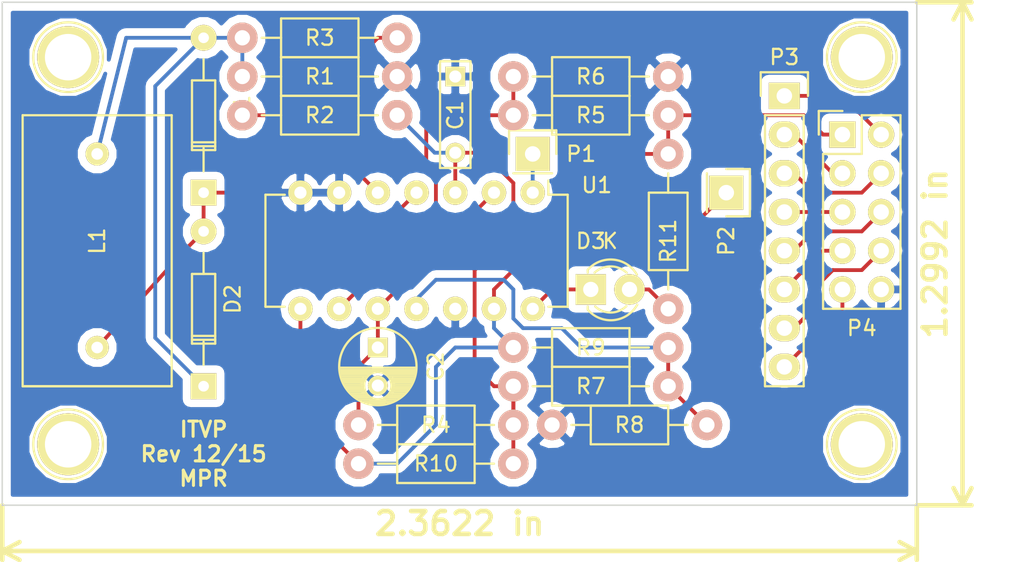
<source format=kicad_pcb>
(kicad_pcb (version 4) (host pcbnew 4.0.1-stable)

  (general
    (links 48)
    (no_connects 0)
    (area 143.459999 95.395 203.250001 130.860001)
    (thickness 1.6)
    (drawings 7)
    (tracks 108)
    (zones 0)
    (modules 26)
    (nets 21)
  )

  (page A4)
  (layers
    (0 F.Cu signal)
    (31 B.Cu mixed)
    (37 F.SilkS user)
    (38 B.Mask user)
    (39 F.Mask user)
    (40 Dwgs.User user)
    (44 Edge.Cuts user)
    (45 Margin user)
    (47 F.CrtYd user)
    (49 F.Fab user)
  )

  (setup
    (last_trace_width 0.25)
    (trace_clearance 0.2)
    (zone_clearance 0.508)
    (zone_45_only no)
    (trace_min 0.2)
    (segment_width 0.2)
    (edge_width 0.1)
    (via_size 0.6)
    (via_drill 0.4)
    (via_min_size 0.4)
    (via_min_drill 0.3)
    (uvia_size 0.3)
    (uvia_drill 0.1)
    (uvias_allowed no)
    (uvia_min_size 0.2)
    (uvia_min_drill 0.1)
    (pcb_text_width 0.3)
    (pcb_text_size 1.5 1.5)
    (mod_edge_width 0.15)
    (mod_text_size 1 1)
    (mod_text_width 0.15)
    (pad_size 1.5 1.5)
    (pad_drill 0.6)
    (pad_to_mask_clearance 0)
    (aux_axis_origin 0 0)
    (visible_elements FFFFFF7F)
    (pcbplotparams
      (layerselection 0x010e0_80000001)
      (usegerberextensions false)
      (excludeedgelayer false)
      (linewidth 0.100000)
      (plotframeref false)
      (viasonmask false)
      (mode 1)
      (useauxorigin false)
      (hpglpennumber 1)
      (hpglpenspeed 20)
      (hpglpendiameter 15)
      (hpglpenoverlay 2)
      (psnegative false)
      (psa4output false)
      (plotreference true)
      (plotvalue false)
      (plotinvisibletext false)
      (padsonsilk false)
      (subtractmaskfromsilk false)
      (outputformat 4)
      (mirror false)
      (drillshape 0)
      (scaleselection 1)
      (outputdirectory ""))
  )

  (net 0 "")
  (net 1 GND)
  (net 2 +5V)
  (net 3 "Net-(C2-Pad1)")
  (net 4 "Net-(D1-Pad2)")
  (net 5 "Net-(D1-Pad1)")
  (net 6 "Net-(D3-Pad1)")
  (net 7 "Net-(D3-Pad2)")
  (net 8 "Net-(P1-Pad1)")
  (net 9 "Net-(P2-Pad1)")
  (net 10 /Out7)
  (net 11 /Out6)
  (net 12 /Out5)
  (net 13 /Out4)
  (net 14 /Out3)
  (net 15 /Out2)
  (net 16 /Out1)
  (net 17 /Out0)
  (net 18 "Net-(R2-Pad2)")
  (net 19 "Net-(R5-Pad2)")
  (net 20 "Net-(R7-Pad2)")

  (net_class Default "This is the default net class."
    (clearance 0.2)
    (trace_width 0.25)
    (via_dia 0.6)
    (via_drill 0.4)
    (uvia_dia 0.3)
    (uvia_drill 0.1)
    (add_net +5V)
    (add_net /Out0)
    (add_net /Out1)
    (add_net /Out2)
    (add_net /Out3)
    (add_net /Out4)
    (add_net /Out5)
    (add_net /Out6)
    (add_net /Out7)
    (add_net GND)
    (add_net "Net-(C2-Pad1)")
    (add_net "Net-(D1-Pad1)")
    (add_net "Net-(D1-Pad2)")
    (add_net "Net-(D3-Pad1)")
    (add_net "Net-(D3-Pad2)")
    (add_net "Net-(P1-Pad1)")
    (add_net "Net-(P2-Pad1)")
    (add_net "Net-(R2-Pad2)")
    (add_net "Net-(R5-Pad2)")
    (add_net "Net-(R7-Pad2)")
  )

  (module Capacitors_ThroughHole:C_Radial_D5_L6_P2.5 (layer F.Cu) (tedit 567FCBB1) (tstamp 567FC43B)
    (at 167.64 120.65 270)
    (descr "Radial Electrolytic Capacitor Diameter 5mm x Length 6mm, Pitch 2.5mm")
    (tags "Electrolytic Capacitor")
    (path /567DBFF0)
    (fp_text reference C2 (at 1.25 -3.8 270) (layer F.SilkS)
      (effects (font (size 1 1) (thickness 0.15)))
    )
    (fp_text value 1uF (at 1.25 3.8 270) (layer F.Fab) hide
      (effects (font (size 1 1) (thickness 0.15)))
    )
    (fp_line (start 1.325 -2.499) (end 1.325 2.499) (layer F.SilkS) (width 0.15))
    (fp_line (start 1.465 -2.491) (end 1.465 2.491) (layer F.SilkS) (width 0.15))
    (fp_line (start 1.605 -2.475) (end 1.605 -0.095) (layer F.SilkS) (width 0.15))
    (fp_line (start 1.605 0.095) (end 1.605 2.475) (layer F.SilkS) (width 0.15))
    (fp_line (start 1.745 -2.451) (end 1.745 -0.49) (layer F.SilkS) (width 0.15))
    (fp_line (start 1.745 0.49) (end 1.745 2.451) (layer F.SilkS) (width 0.15))
    (fp_line (start 1.885 -2.418) (end 1.885 -0.657) (layer F.SilkS) (width 0.15))
    (fp_line (start 1.885 0.657) (end 1.885 2.418) (layer F.SilkS) (width 0.15))
    (fp_line (start 2.025 -2.377) (end 2.025 -0.764) (layer F.SilkS) (width 0.15))
    (fp_line (start 2.025 0.764) (end 2.025 2.377) (layer F.SilkS) (width 0.15))
    (fp_line (start 2.165 -2.327) (end 2.165 -0.835) (layer F.SilkS) (width 0.15))
    (fp_line (start 2.165 0.835) (end 2.165 2.327) (layer F.SilkS) (width 0.15))
    (fp_line (start 2.305 -2.266) (end 2.305 -0.879) (layer F.SilkS) (width 0.15))
    (fp_line (start 2.305 0.879) (end 2.305 2.266) (layer F.SilkS) (width 0.15))
    (fp_line (start 2.445 -2.196) (end 2.445 -0.898) (layer F.SilkS) (width 0.15))
    (fp_line (start 2.445 0.898) (end 2.445 2.196) (layer F.SilkS) (width 0.15))
    (fp_line (start 2.585 -2.114) (end 2.585 -0.896) (layer F.SilkS) (width 0.15))
    (fp_line (start 2.585 0.896) (end 2.585 2.114) (layer F.SilkS) (width 0.15))
    (fp_line (start 2.725 -2.019) (end 2.725 -0.871) (layer F.SilkS) (width 0.15))
    (fp_line (start 2.725 0.871) (end 2.725 2.019) (layer F.SilkS) (width 0.15))
    (fp_line (start 2.865 -1.908) (end 2.865 -0.823) (layer F.SilkS) (width 0.15))
    (fp_line (start 2.865 0.823) (end 2.865 1.908) (layer F.SilkS) (width 0.15))
    (fp_line (start 3.005 -1.78) (end 3.005 -0.745) (layer F.SilkS) (width 0.15))
    (fp_line (start 3.005 0.745) (end 3.005 1.78) (layer F.SilkS) (width 0.15))
    (fp_line (start 3.145 -1.631) (end 3.145 -0.628) (layer F.SilkS) (width 0.15))
    (fp_line (start 3.145 0.628) (end 3.145 1.631) (layer F.SilkS) (width 0.15))
    (fp_line (start 3.285 -1.452) (end 3.285 -0.44) (layer F.SilkS) (width 0.15))
    (fp_line (start 3.285 0.44) (end 3.285 1.452) (layer F.SilkS) (width 0.15))
    (fp_line (start 3.425 -1.233) (end 3.425 1.233) (layer F.SilkS) (width 0.15))
    (fp_line (start 3.565 -0.944) (end 3.565 0.944) (layer F.SilkS) (width 0.15))
    (fp_line (start 3.705 -0.472) (end 3.705 0.472) (layer F.SilkS) (width 0.15))
    (fp_circle (center 2.5 0) (end 2.5 -0.9) (layer F.SilkS) (width 0.15))
    (fp_circle (center 1.25 0) (end 1.25 -2.5375) (layer F.SilkS) (width 0.15))
    (fp_circle (center 1.25 0) (end 1.25 -2.8) (layer F.CrtYd) (width 0.05))
    (pad 1 thru_hole rect (at 0 0 270) (size 1.3 1.3) (drill 0.8) (layers *.Cu *.Mask F.SilkS)
      (net 3 "Net-(C2-Pad1)"))
    (pad 2 thru_hole circle (at 2.5 0 270) (size 1.3 1.3) (drill 0.8) (layers *.Cu *.Mask F.SilkS)
      (net 1 GND))
    (model Capacitors_ThroughHole.3dshapes/C_Radial_D5_L6_P2.5.wrl
      (at (xyz 0.049213 0 0))
      (scale (xyz 1 1 1))
      (rotate (xyz 0 0 90))
    )
  )

  (module Diodes_ThroughHole:Diode_DO-35_SOD27_Horizontal_RM10 (layer F.Cu) (tedit 567FCC3A) (tstamp 567FC44A)
    (at 156.21 110.49 90)
    (descr "Diode, DO-35,  SOD27, Horizontal, RM 10mm")
    (tags "Diode, DO-35, SOD27, Horizontal, RM 10mm, 1N4148,")
    (path /567D6721)
    (fp_text reference D1 (at 5.43052 2.53746 90) (layer F.SilkS)
      (effects (font (size 1 1) (thickness 0.15)))
    )
    (fp_text value 1N4001 (at 4.41452 -3.55854 90) (layer F.Fab) hide
      (effects (font (size 1 1) (thickness 0.15)))
    )
    (fp_line (start 7.36652 -0.00254) (end 8.76352 -0.00254) (layer F.SilkS) (width 0.15))
    (fp_line (start 2.92152 -0.00254) (end 1.39752 -0.00254) (layer F.SilkS) (width 0.15))
    (fp_line (start 3.30252 -0.76454) (end 3.30252 0.75946) (layer F.SilkS) (width 0.15))
    (fp_line (start 3.04852 -0.76454) (end 3.04852 0.75946) (layer F.SilkS) (width 0.15))
    (fp_line (start 2.79452 -0.00254) (end 2.79452 0.75946) (layer F.SilkS) (width 0.15))
    (fp_line (start 2.79452 0.75946) (end 7.36652 0.75946) (layer F.SilkS) (width 0.15))
    (fp_line (start 7.36652 0.75946) (end 7.36652 -0.76454) (layer F.SilkS) (width 0.15))
    (fp_line (start 7.36652 -0.76454) (end 2.79452 -0.76454) (layer F.SilkS) (width 0.15))
    (fp_line (start 2.79452 -0.76454) (end 2.79452 -0.00254) (layer F.SilkS) (width 0.15))
    (pad 2 thru_hole circle (at 10.16052 -0.00254 270) (size 1.69926 1.69926) (drill 0.70104) (layers *.Cu *.Mask F.SilkS)
      (net 4 "Net-(D1-Pad2)"))
    (pad 1 thru_hole rect (at 0.00052 -0.00254 270) (size 1.69926 1.69926) (drill 0.70104) (layers *.Cu *.Mask F.SilkS)
      (net 5 "Net-(D1-Pad1)"))
    (model Diodes_ThroughHole.3dshapes/Diode_DO-35_SOD27_Horizontal_RM10.wrl
      (at (xyz 0.2 0 0))
      (scale (xyz 0.4 0.4 0.4))
      (rotate (xyz 0 0 180))
    )
  )

  (module Diodes_ThroughHole:Diode_DO-35_SOD27_Horizontal_RM10 (layer F.Cu) (tedit 567FCC33) (tstamp 567FC459)
    (at 156.21 123.19 90)
    (descr "Diode, DO-35,  SOD27, Horizontal, RM 10mm")
    (tags "Diode, DO-35, SOD27, Horizontal, RM 10mm, 1N4148,")
    (path /567D668E)
    (fp_text reference D2 (at 5.715 1.905 90) (layer F.SilkS)
      (effects (font (size 1 1) (thickness 0.15)))
    )
    (fp_text value 1N4001 (at 4.41452 -3.55854 90) (layer F.Fab) hide
      (effects (font (size 1 1) (thickness 0.15)))
    )
    (fp_line (start 7.36652 -0.00254) (end 8.76352 -0.00254) (layer F.SilkS) (width 0.15))
    (fp_line (start 2.92152 -0.00254) (end 1.39752 -0.00254) (layer F.SilkS) (width 0.15))
    (fp_line (start 3.30252 -0.76454) (end 3.30252 0.75946) (layer F.SilkS) (width 0.15))
    (fp_line (start 3.04852 -0.76454) (end 3.04852 0.75946) (layer F.SilkS) (width 0.15))
    (fp_line (start 2.79452 -0.00254) (end 2.79452 0.75946) (layer F.SilkS) (width 0.15))
    (fp_line (start 2.79452 0.75946) (end 7.36652 0.75946) (layer F.SilkS) (width 0.15))
    (fp_line (start 7.36652 0.75946) (end 7.36652 -0.76454) (layer F.SilkS) (width 0.15))
    (fp_line (start 7.36652 -0.76454) (end 2.79452 -0.76454) (layer F.SilkS) (width 0.15))
    (fp_line (start 2.79452 -0.76454) (end 2.79452 -0.00254) (layer F.SilkS) (width 0.15))
    (pad 2 thru_hole circle (at 10.16052 -0.00254 270) (size 1.69926 1.69926) (drill 0.70104) (layers *.Cu *.Mask F.SilkS)
      (net 5 "Net-(D1-Pad1)"))
    (pad 1 thru_hole rect (at 0.00052 -0.00254 270) (size 1.69926 1.69926) (drill 0.70104) (layers *.Cu *.Mask F.SilkS)
      (net 4 "Net-(D1-Pad2)"))
    (model Diodes_ThroughHole.3dshapes/Diode_DO-35_SOD27_Horizontal_RM10.wrl
      (at (xyz 0.2 0 0))
      (scale (xyz 0.4 0.4 0.4))
      (rotate (xyz 0 0 180))
    )
  )

  (module LEDs:LED-3MM (layer F.Cu) (tedit 567FCC96) (tstamp 567FC46A)
    (at 181.61 116.84)
    (descr "LED 3mm round vertical")
    (tags "LED  3mm round vertical")
    (path /567D7E7A)
    (fp_text reference D3 (at 0 -3.175) (layer F.SilkS)
      (effects (font (size 1 1) (thickness 0.15)))
    )
    (fp_text value LED (at 1.3 -2.9) (layer F.Fab) hide
      (effects (font (size 1 1) (thickness 0.15)))
    )
    (fp_line (start -1.2 2.3) (end 3.8 2.3) (layer F.CrtYd) (width 0.05))
    (fp_line (start 3.8 2.3) (end 3.8 -2.2) (layer F.CrtYd) (width 0.05))
    (fp_line (start 3.8 -2.2) (end -1.2 -2.2) (layer F.CrtYd) (width 0.05))
    (fp_line (start -1.2 -2.2) (end -1.2 2.3) (layer F.CrtYd) (width 0.05))
    (fp_line (start -0.199 1.314) (end -0.199 1.114) (layer F.SilkS) (width 0.15))
    (fp_line (start -0.199 -1.28) (end -0.199 -1.1) (layer F.SilkS) (width 0.15))
    (fp_arc (start 1.301 0.034) (end -0.199 -1.286) (angle 108.5) (layer F.SilkS) (width 0.15))
    (fp_arc (start 1.301 0.034) (end 0.25 -1.1) (angle 85.7) (layer F.SilkS) (width 0.15))
    (fp_arc (start 1.311 0.034) (end 3.051 0.994) (angle 110) (layer F.SilkS) (width 0.15))
    (fp_arc (start 1.301 0.034) (end 2.335 1.094) (angle 87.5) (layer F.SilkS) (width 0.15))
    (fp_text user K (at 1.27 -3.175) (layer F.SilkS)
      (effects (font (size 1 1) (thickness 0.15)))
    )
    (pad 1 thru_hole rect (at 0 0 90) (size 2 2) (drill 1.00076) (layers *.Cu *.Mask F.SilkS)
      (net 6 "Net-(D3-Pad1)"))
    (pad 2 thru_hole circle (at 2.54 0) (size 2 2) (drill 1.00076) (layers *.Cu *.Mask F.SilkS)
      (net 7 "Net-(D3-Pad2)"))
    (model LEDs.3dshapes/LED-3MM.wrl
      (at (xyz 0.05 0 0))
      (scale (xyz 1 1 1))
      (rotate (xyz 0 0 90))
    )
  )

  (module Air_Coils_SML_NEOSID:CST306-3A (layer F.Cu) (tedit 567FCC31) (tstamp 567FC475)
    (at 149.225 120.65 90)
    (path /567D6978)
    (fp_text reference L1 (at 6.985 0 90) (layer F.SilkS)
      (effects (font (size 1 1) (thickness 0.15)))
    )
    (fp_text value INDUCTOR (at 7.62 -2.54 90) (layer F.Fab) hide
      (effects (font (size 1 1) (thickness 0.15)))
    )
    (fp_line (start 15.24 -4.8895) (end 15.24 4.8895) (layer F.SilkS) (width 0.15))
    (fp_line (start -2.54 4.8895) (end -2.54 -4.8895) (layer F.SilkS) (width 0.15))
    (fp_line (start 15.24 -4.8895) (end -2.54 -4.8895) (layer F.SilkS) (width 0.15))
    (fp_line (start -2.54 -4.8895) (end -2.54 4.8895) (layer F.SilkS) (width 0.15))
    (fp_line (start -2.54 4.8895) (end 15.24 4.8895) (layer F.SilkS) (width 0.15))
    (pad 1 thru_hole circle (at 0 0 90) (size 1.524 1.524) (drill 0.762) (layers *.Cu *.Mask F.SilkS)
      (net 5 "Net-(D1-Pad1)") (solder_mask_margin 0.254) (clearance 0.254))
    (pad 2 thru_hole circle (at 12.7 0 90) (size 1.524 1.524) (drill 0.762) (layers *.Cu *.Mask F.SilkS)
      (net 4 "Net-(D1-Pad2)") (solder_mask_margin 0.254) (clearance 0.254))
  )

  (module Pin_Headers:Pin_Header_Straight_1x01 (layer F.Cu) (tedit 567FCC6E) (tstamp 567FC482)
    (at 177.8 107.95)
    (descr "Through hole pin header")
    (tags "pin header")
    (path /567DAAD3)
    (fp_text reference P1 (at 3.175 0) (layer F.SilkS)
      (effects (font (size 1 1) (thickness 0.15)))
    )
    (fp_text value Selector (at 0 -3.1) (layer F.Fab) hide
      (effects (font (size 1 1) (thickness 0.15)))
    )
    (fp_line (start 1.55 -1.55) (end 1.55 0) (layer F.SilkS) (width 0.15))
    (fp_line (start -1.75 -1.75) (end -1.75 1.75) (layer F.CrtYd) (width 0.05))
    (fp_line (start 1.75 -1.75) (end 1.75 1.75) (layer F.CrtYd) (width 0.05))
    (fp_line (start -1.75 -1.75) (end 1.75 -1.75) (layer F.CrtYd) (width 0.05))
    (fp_line (start -1.75 1.75) (end 1.75 1.75) (layer F.CrtYd) (width 0.05))
    (fp_line (start -1.55 0) (end -1.55 -1.55) (layer F.SilkS) (width 0.15))
    (fp_line (start -1.55 -1.55) (end 1.55 -1.55) (layer F.SilkS) (width 0.15))
    (fp_line (start -1.27 1.27) (end 1.27 1.27) (layer F.SilkS) (width 0.15))
    (pad 1 thru_hole rect (at 0 0) (size 2.2352 2.2352) (drill 1.016) (layers *.Cu *.Mask F.SilkS)
      (net 8 "Net-(P1-Pad1)"))
    (model Pin_Headers.3dshapes/Pin_Header_Straight_1x01.wrl
      (at (xyz 0 0 0))
      (scale (xyz 1 1 1))
      (rotate (xyz 0 0 90))
    )
  )

  (module Pin_Headers:Pin_Header_Straight_1x01 (layer F.Cu) (tedit 567FCCA8) (tstamp 567FC48F)
    (at 190.5 110.49 270)
    (descr "Through hole pin header")
    (tags "pin header")
    (path /567D880B)
    (fp_text reference P2 (at 3.175 0 270) (layer F.SilkS)
      (effects (font (size 1 1) (thickness 0.15)))
    )
    (fp_text value Selector (at 0 -3.1 270) (layer F.Fab) hide
      (effects (font (size 1 1) (thickness 0.15)))
    )
    (fp_line (start 1.55 -1.55) (end 1.55 0) (layer F.SilkS) (width 0.15))
    (fp_line (start -1.75 -1.75) (end -1.75 1.75) (layer F.CrtYd) (width 0.05))
    (fp_line (start 1.75 -1.75) (end 1.75 1.75) (layer F.CrtYd) (width 0.05))
    (fp_line (start -1.75 -1.75) (end 1.75 -1.75) (layer F.CrtYd) (width 0.05))
    (fp_line (start -1.75 1.75) (end 1.75 1.75) (layer F.CrtYd) (width 0.05))
    (fp_line (start -1.55 0) (end -1.55 -1.55) (layer F.SilkS) (width 0.15))
    (fp_line (start -1.55 -1.55) (end 1.55 -1.55) (layer F.SilkS) (width 0.15))
    (fp_line (start -1.27 1.27) (end 1.27 1.27) (layer F.SilkS) (width 0.15))
    (pad 1 thru_hole rect (at 0 0 270) (size 2.2352 2.2352) (drill 1.016) (layers *.Cu *.Mask F.SilkS)
      (net 9 "Net-(P2-Pad1)"))
    (model Pin_Headers.3dshapes/Pin_Header_Straight_1x01.wrl
      (at (xyz 0 0 0))
      (scale (xyz 1 1 1))
      (rotate (xyz 0 0 90))
    )
  )

  (module Pin_Headers:Pin_Header_Straight_1x08 (layer F.Cu) (tedit 567FCCAB) (tstamp 567FC4A6)
    (at 194.31 104.14)
    (descr "Through hole pin header")
    (tags "pin header")
    (path /567D8796)
    (fp_text reference P3 (at 0 -2.54) (layer F.SilkS)
      (effects (font (size 1 1) (thickness 0.15)))
    )
    (fp_text value "Selector 0-7" (at 0 -3.1) (layer F.Fab) hide
      (effects (font (size 1 1) (thickness 0.15)))
    )
    (fp_line (start -1.75 -1.75) (end -1.75 19.55) (layer F.CrtYd) (width 0.05))
    (fp_line (start 1.75 -1.75) (end 1.75 19.55) (layer F.CrtYd) (width 0.05))
    (fp_line (start -1.75 -1.75) (end 1.75 -1.75) (layer F.CrtYd) (width 0.05))
    (fp_line (start -1.75 19.55) (end 1.75 19.55) (layer F.CrtYd) (width 0.05))
    (fp_line (start 1.27 1.27) (end 1.27 19.05) (layer F.SilkS) (width 0.15))
    (fp_line (start 1.27 19.05) (end -1.27 19.05) (layer F.SilkS) (width 0.15))
    (fp_line (start -1.27 19.05) (end -1.27 1.27) (layer F.SilkS) (width 0.15))
    (fp_line (start 1.55 -1.55) (end 1.55 0) (layer F.SilkS) (width 0.15))
    (fp_line (start 1.27 1.27) (end -1.27 1.27) (layer F.SilkS) (width 0.15))
    (fp_line (start -1.55 0) (end -1.55 -1.55) (layer F.SilkS) (width 0.15))
    (fp_line (start -1.55 -1.55) (end 1.55 -1.55) (layer F.SilkS) (width 0.15))
    (pad 1 thru_hole rect (at 0 0) (size 2.032 1.7272) (drill 1.016) (layers *.Cu *.Mask F.SilkS)
      (net 17 /Out0))
    (pad 2 thru_hole oval (at 0 2.54) (size 2.032 1.7272) (drill 1.016) (layers *.Cu *.Mask F.SilkS)
      (net 16 /Out1))
    (pad 3 thru_hole oval (at 0 5.08) (size 2.032 1.7272) (drill 1.016) (layers *.Cu *.Mask F.SilkS)
      (net 15 /Out2))
    (pad 4 thru_hole oval (at 0 7.62) (size 2.032 1.7272) (drill 1.016) (layers *.Cu *.Mask F.SilkS)
      (net 14 /Out3))
    (pad 5 thru_hole oval (at 0 10.16) (size 2.032 1.7272) (drill 1.016) (layers *.Cu *.Mask F.SilkS)
      (net 13 /Out4))
    (pad 6 thru_hole oval (at 0 12.7) (size 2.032 1.7272) (drill 1.016) (layers *.Cu *.Mask F.SilkS)
      (net 12 /Out5))
    (pad 7 thru_hole oval (at 0 15.24) (size 2.032 1.7272) (drill 1.016) (layers *.Cu *.Mask F.SilkS)
      (net 11 /Out6))
    (pad 8 thru_hole oval (at 0 17.78) (size 2.032 1.7272) (drill 1.016) (layers *.Cu *.Mask F.SilkS)
      (net 10 /Out7))
    (model Pin_Headers.3dshapes/Pin_Header_Straight_1x08.wrl
      (at (xyz 0 -0.35 0))
      (scale (xyz 1 1 1))
      (rotate (xyz 0 0 90))
    )
  )

  (module Pin_Headers:Pin_Header_Straight_2x05 (layer F.Cu) (tedit 568022BF) (tstamp 567FC4C0)
    (at 198.12 106.68)
    (descr "Through hole pin header")
    (tags "pin header")
    (path /567D858A)
    (fp_text reference P4 (at 1.27 12.7) (layer F.SilkS)
      (effects (font (size 1 1) (thickness 0.15)))
    )
    (fp_text value BUS (at 0 -3.1) (layer F.Fab) hide
      (effects (font (size 1 1) (thickness 0.15)))
    )
    (fp_line (start -1.75 -1.75) (end -1.75 11.95) (layer F.CrtYd) (width 0.05))
    (fp_line (start 4.3 -1.75) (end 4.3 11.95) (layer F.CrtYd) (width 0.05))
    (fp_line (start -1.75 -1.75) (end 4.3 -1.75) (layer F.CrtYd) (width 0.05))
    (fp_line (start -1.75 11.95) (end 4.3 11.95) (layer F.CrtYd) (width 0.05))
    (fp_line (start 3.81 -1.27) (end 3.81 11.43) (layer F.SilkS) (width 0.15))
    (fp_line (start 3.81 11.43) (end -1.27 11.43) (layer F.SilkS) (width 0.15))
    (fp_line (start -1.27 11.43) (end -1.27 1.27) (layer F.SilkS) (width 0.15))
    (fp_line (start 3.81 -1.27) (end 1.27 -1.27) (layer F.SilkS) (width 0.15))
    (fp_line (start 0 -1.55) (end -1.55 -1.55) (layer F.SilkS) (width 0.15))
    (fp_line (start 1.27 -1.27) (end 1.27 1.27) (layer F.SilkS) (width 0.15))
    (fp_line (start 1.27 1.27) (end -1.27 1.27) (layer F.SilkS) (width 0.15))
    (fp_line (start -1.55 -1.55) (end -1.55 0) (layer F.SilkS) (width 0.15))
    (pad 1 thru_hole rect (at 0 0) (size 1.7272 1.7272) (drill 1.016) (layers *.Cu *.Mask F.SilkS)
      (net 2 +5V))
    (pad 2 thru_hole oval (at 2.54 0) (size 1.7272 1.7272) (drill 1.016) (layers *.Cu *.Mask F.SilkS)
      (net 17 /Out0))
    (pad 3 thru_hole oval (at 0 2.54) (size 1.7272 1.7272) (drill 1.016) (layers *.Cu *.Mask F.SilkS)
      (net 16 /Out1))
    (pad 4 thru_hole oval (at 2.54 2.54) (size 1.7272 1.7272) (drill 1.016) (layers *.Cu *.Mask F.SilkS)
      (net 15 /Out2))
    (pad 5 thru_hole oval (at 0 5.08) (size 1.7272 1.7272) (drill 1.016) (layers *.Cu *.Mask F.SilkS)
      (net 14 /Out3))
    (pad 6 thru_hole oval (at 2.54 5.08) (size 1.7272 1.7272) (drill 1.016) (layers *.Cu *.Mask F.SilkS)
      (net 13 /Out4))
    (pad 7 thru_hole oval (at 0 7.62) (size 1.7272 1.7272) (drill 1.016) (layers *.Cu *.Mask F.SilkS)
      (net 12 /Out5))
    (pad 8 thru_hole oval (at 2.54 7.62) (size 1.7272 1.7272) (drill 1.016) (layers *.Cu *.Mask F.SilkS)
      (net 11 /Out6))
    (pad 9 thru_hole oval (at 0 10.16) (size 1.7272 1.7272) (drill 1.016) (layers *.Cu *.Mask F.SilkS)
      (net 10 /Out7))
    (pad 10 thru_hole oval (at 2.54 10.16) (size 1.7272 1.7272) (drill 1.016) (layers *.Cu *.Mask F.SilkS)
      (net 1 GND))
    (model Pin_Headers.3dshapes/Pin_Header_Straight_2x05.wrl
      (at (xyz 0.05 -0.2 0))
      (scale (xyz 1 1 1))
      (rotate (xyz 0 0 90))
    )
  )

  (module Resistors_ThroughHole:Resistor_Horizontal_RM10mm (layer F.Cu) (tedit 567FCC5C) (tstamp 567FC4CC)
    (at 163.83 102.87)
    (descr "Resistor, Axial,  RM 10mm, 1/3W,")
    (tags "Resistor, Axial, RM 10mm, 1/3W,")
    (path /567D6652)
    (fp_text reference R1 (at 0 0) (layer F.SilkS)
      (effects (font (size 1 1) (thickness 0.15)))
    )
    (fp_text value 4.3k (at 3.81 3.81) (layer F.Fab) hide
      (effects (font (size 1 1) (thickness 0.15)))
    )
    (fp_line (start -2.54 -1.27) (end 2.54 -1.27) (layer F.SilkS) (width 0.15))
    (fp_line (start 2.54 -1.27) (end 2.54 1.27) (layer F.SilkS) (width 0.15))
    (fp_line (start 2.54 1.27) (end -2.54 1.27) (layer F.SilkS) (width 0.15))
    (fp_line (start -2.54 1.27) (end -2.54 -1.27) (layer F.SilkS) (width 0.15))
    (fp_line (start -2.54 0) (end -3.81 0) (layer F.SilkS) (width 0.15))
    (fp_line (start 2.54 0) (end 3.81 0) (layer F.SilkS) (width 0.15))
    (pad 1 thru_hole circle (at -5.08 0) (size 1.99898 1.99898) (drill 1.00076) (layers *.Cu *.SilkS *.Mask)
      (net 4 "Net-(D1-Pad2)"))
    (pad 2 thru_hole circle (at 5.08 0) (size 1.99898 1.99898) (drill 1.00076) (layers *.Cu *.SilkS *.Mask)
      (net 1 GND))
    (model Resistors_ThroughHole.3dshapes/Resistor_Horizontal_RM10mm.wrl
      (at (xyz 0 0 0))
      (scale (xyz 0.4 0.4 0.4))
      (rotate (xyz 0 0 0))
    )
  )

  (module Resistors_ThroughHole:Resistor_Horizontal_RM10mm (layer F.Cu) (tedit 567FCC62) (tstamp 567FC4D8)
    (at 163.83 105.41 180)
    (descr "Resistor, Axial,  RM 10mm, 1/3W,")
    (tags "Resistor, Axial, RM 10mm, 1/3W,")
    (path /567D6531)
    (fp_text reference R2 (at 0 0 180) (layer F.SilkS)
      (effects (font (size 1 1) (thickness 0.15)))
    )
    (fp_text value 5.1k (at 3.81 3.81 180) (layer F.Fab) hide
      (effects (font (size 1 1) (thickness 0.15)))
    )
    (fp_line (start -2.54 -1.27) (end 2.54 -1.27) (layer F.SilkS) (width 0.15))
    (fp_line (start 2.54 -1.27) (end 2.54 1.27) (layer F.SilkS) (width 0.15))
    (fp_line (start 2.54 1.27) (end -2.54 1.27) (layer F.SilkS) (width 0.15))
    (fp_line (start -2.54 1.27) (end -2.54 -1.27) (layer F.SilkS) (width 0.15))
    (fp_line (start -2.54 0) (end -3.81 0) (layer F.SilkS) (width 0.15))
    (fp_line (start 2.54 0) (end 3.81 0) (layer F.SilkS) (width 0.15))
    (pad 1 thru_hole circle (at -5.08 0 180) (size 1.99898 1.99898) (drill 1.00076) (layers *.Cu *.SilkS *.Mask)
      (net 2 +5V))
    (pad 2 thru_hole circle (at 5.08 0 180) (size 1.99898 1.99898) (drill 1.00076) (layers *.Cu *.SilkS *.Mask)
      (net 18 "Net-(R2-Pad2)"))
    (model Resistors_ThroughHole.3dshapes/Resistor_Horizontal_RM10mm.wrl
      (at (xyz 0 0 0))
      (scale (xyz 0.4 0.4 0.4))
      (rotate (xyz 0 0 0))
    )
  )

  (module Resistors_ThroughHole:Resistor_Horizontal_RM10mm (layer F.Cu) (tedit 567FCC65) (tstamp 567FC4E4)
    (at 163.83 100.33 180)
    (descr "Resistor, Axial,  RM 10mm, 1/3W,")
    (tags "Resistor, Axial, RM 10mm, 1/3W,")
    (path /567D65F0)
    (fp_text reference R3 (at 0 0 180) (layer F.SilkS)
      (effects (font (size 1 1) (thickness 0.15)))
    )
    (fp_text value 750 (at 3.81 3.81 180) (layer F.Fab) hide
      (effects (font (size 1 1) (thickness 0.15)))
    )
    (fp_line (start -2.54 -1.27) (end 2.54 -1.27) (layer F.SilkS) (width 0.15))
    (fp_line (start 2.54 -1.27) (end 2.54 1.27) (layer F.SilkS) (width 0.15))
    (fp_line (start 2.54 1.27) (end -2.54 1.27) (layer F.SilkS) (width 0.15))
    (fp_line (start -2.54 1.27) (end -2.54 -1.27) (layer F.SilkS) (width 0.15))
    (fp_line (start -2.54 0) (end -3.81 0) (layer F.SilkS) (width 0.15))
    (fp_line (start 2.54 0) (end 3.81 0) (layer F.SilkS) (width 0.15))
    (pad 1 thru_hole circle (at -5.08 0 180) (size 1.99898 1.99898) (drill 1.00076) (layers *.Cu *.SilkS *.Mask)
      (net 18 "Net-(R2-Pad2)"))
    (pad 2 thru_hole circle (at 5.08 0 180) (size 1.99898 1.99898) (drill 1.00076) (layers *.Cu *.SilkS *.Mask)
      (net 4 "Net-(D1-Pad2)"))
    (model Resistors_ThroughHole.3dshapes/Resistor_Horizontal_RM10mm.wrl
      (at (xyz 0 0 0))
      (scale (xyz 0.4 0.4 0.4))
      (rotate (xyz 0 0 0))
    )
  )

  (module Resistors_ThroughHole:Resistor_Horizontal_RM10mm (layer F.Cu) (tedit 567FCC9F) (tstamp 567FC4F0)
    (at 171.45 125.73 180)
    (descr "Resistor, Axial,  RM 10mm, 1/3W,")
    (tags "Resistor, Axial, RM 10mm, 1/3W,")
    (path /567D70AA)
    (fp_text reference R4 (at 0 0 180) (layer F.SilkS)
      (effects (font (size 1 1) (thickness 0.15)))
    )
    (fp_text value 750k (at 3.81 3.81 180) (layer F.Fab) hide
      (effects (font (size 1 1) (thickness 0.15)))
    )
    (fp_line (start -2.54 -1.27) (end 2.54 -1.27) (layer F.SilkS) (width 0.15))
    (fp_line (start 2.54 -1.27) (end 2.54 1.27) (layer F.SilkS) (width 0.15))
    (fp_line (start 2.54 1.27) (end -2.54 1.27) (layer F.SilkS) (width 0.15))
    (fp_line (start -2.54 1.27) (end -2.54 -1.27) (layer F.SilkS) (width 0.15))
    (fp_line (start -2.54 0) (end -3.81 0) (layer F.SilkS) (width 0.15))
    (fp_line (start 2.54 0) (end 3.81 0) (layer F.SilkS) (width 0.15))
    (pad 1 thru_hole circle (at -5.08 0 180) (size 1.99898 1.99898) (drill 1.00076) (layers *.Cu *.SilkS *.Mask)
      (net 2 +5V))
    (pad 2 thru_hole circle (at 5.08 0 180) (size 1.99898 1.99898) (drill 1.00076) (layers *.Cu *.SilkS *.Mask)
      (net 3 "Net-(C2-Pad1)"))
    (model Resistors_ThroughHole.3dshapes/Resistor_Horizontal_RM10mm.wrl
      (at (xyz 0 0 0))
      (scale (xyz 0.4 0.4 0.4))
      (rotate (xyz 0 0 0))
    )
  )

  (module Resistors_ThroughHole:Resistor_Horizontal_RM10mm (layer F.Cu) (tedit 567FCC70) (tstamp 567FC4FC)
    (at 181.61 105.41 180)
    (descr "Resistor, Axial,  RM 10mm, 1/3W,")
    (tags "Resistor, Axial, RM 10mm, 1/3W,")
    (path /567D7C4F)
    (fp_text reference R5 (at 0 0 180) (layer F.SilkS)
      (effects (font (size 1 1) (thickness 0.15)))
    )
    (fp_text value 10k (at 3.81 3.81 180) (layer F.Fab) hide
      (effects (font (size 1 1) (thickness 0.15)))
    )
    (fp_line (start -2.54 -1.27) (end 2.54 -1.27) (layer F.SilkS) (width 0.15))
    (fp_line (start 2.54 -1.27) (end 2.54 1.27) (layer F.SilkS) (width 0.15))
    (fp_line (start 2.54 1.27) (end -2.54 1.27) (layer F.SilkS) (width 0.15))
    (fp_line (start -2.54 1.27) (end -2.54 -1.27) (layer F.SilkS) (width 0.15))
    (fp_line (start -2.54 0) (end -3.81 0) (layer F.SilkS) (width 0.15))
    (fp_line (start 2.54 0) (end 3.81 0) (layer F.SilkS) (width 0.15))
    (pad 1 thru_hole circle (at -5.08 0 180) (size 1.99898 1.99898) (drill 1.00076) (layers *.Cu *.SilkS *.Mask)
      (net 2 +5V))
    (pad 2 thru_hole circle (at 5.08 0 180) (size 1.99898 1.99898) (drill 1.00076) (layers *.Cu *.SilkS *.Mask)
      (net 19 "Net-(R5-Pad2)"))
    (model Resistors_ThroughHole.3dshapes/Resistor_Horizontal_RM10mm.wrl
      (at (xyz 0 0 0))
      (scale (xyz 0.4 0.4 0.4))
      (rotate (xyz 0 0 0))
    )
  )

  (module Resistors_ThroughHole:Resistor_Horizontal_RM10mm (layer F.Cu) (tedit 567FCC69) (tstamp 567FC508)
    (at 181.61 102.87)
    (descr "Resistor, Axial,  RM 10mm, 1/3W,")
    (tags "Resistor, Axial, RM 10mm, 1/3W,")
    (path /567D7CBB)
    (fp_text reference R6 (at 0 0) (layer F.SilkS)
      (effects (font (size 1 1) (thickness 0.15)))
    )
    (fp_text value 10ki (at 3.81 3.81) (layer F.Fab) hide
      (effects (font (size 1 1) (thickness 0.15)))
    )
    (fp_line (start -2.54 -1.27) (end 2.54 -1.27) (layer F.SilkS) (width 0.15))
    (fp_line (start 2.54 -1.27) (end 2.54 1.27) (layer F.SilkS) (width 0.15))
    (fp_line (start 2.54 1.27) (end -2.54 1.27) (layer F.SilkS) (width 0.15))
    (fp_line (start -2.54 1.27) (end -2.54 -1.27) (layer F.SilkS) (width 0.15))
    (fp_line (start -2.54 0) (end -3.81 0) (layer F.SilkS) (width 0.15))
    (fp_line (start 2.54 0) (end 3.81 0) (layer F.SilkS) (width 0.15))
    (pad 1 thru_hole circle (at -5.08 0) (size 1.99898 1.99898) (drill 1.00076) (layers *.Cu *.SilkS *.Mask)
      (net 19 "Net-(R5-Pad2)"))
    (pad 2 thru_hole circle (at 5.08 0) (size 1.99898 1.99898) (drill 1.00076) (layers *.Cu *.SilkS *.Mask)
      (net 1 GND))
    (model Resistors_ThroughHole.3dshapes/Resistor_Horizontal_RM10mm.wrl
      (at (xyz 0 0 0))
      (scale (xyz 0.4 0.4 0.4))
      (rotate (xyz 0 0 0))
    )
  )

  (module Resistors_ThroughHole:Resistor_Horizontal_RM10mm (layer F.Cu) (tedit 567FCC90) (tstamp 567FC514)
    (at 181.61 123.19)
    (descr "Resistor, Axial,  RM 10mm, 1/3W,")
    (tags "Resistor, Axial, RM 10mm, 1/3W,")
    (path /567D7439)
    (fp_text reference R7 (at 0 0) (layer F.SilkS)
      (effects (font (size 1 1) (thickness 0.15)))
    )
    (fp_text value 4.7k (at 3.81 3.81) (layer F.Fab) hide
      (effects (font (size 1 1) (thickness 0.15)))
    )
    (fp_line (start -2.54 -1.27) (end 2.54 -1.27) (layer F.SilkS) (width 0.15))
    (fp_line (start 2.54 -1.27) (end 2.54 1.27) (layer F.SilkS) (width 0.15))
    (fp_line (start 2.54 1.27) (end -2.54 1.27) (layer F.SilkS) (width 0.15))
    (fp_line (start -2.54 1.27) (end -2.54 -1.27) (layer F.SilkS) (width 0.15))
    (fp_line (start -2.54 0) (end -3.81 0) (layer F.SilkS) (width 0.15))
    (fp_line (start 2.54 0) (end 3.81 0) (layer F.SilkS) (width 0.15))
    (pad 1 thru_hole circle (at -5.08 0) (size 1.99898 1.99898) (drill 1.00076) (layers *.Cu *.SilkS *.Mask)
      (net 2 +5V))
    (pad 2 thru_hole circle (at 5.08 0) (size 1.99898 1.99898) (drill 1.00076) (layers *.Cu *.SilkS *.Mask)
      (net 20 "Net-(R7-Pad2)"))
    (model Resistors_ThroughHole.3dshapes/Resistor_Horizontal_RM10mm.wrl
      (at (xyz 0 0 0))
      (scale (xyz 0.4 0.4 0.4))
      (rotate (xyz 0 0 0))
    )
  )

  (module Resistors_ThroughHole:Resistor_Horizontal_RM10mm (layer F.Cu) (tedit 567FCC9C) (tstamp 567FC520)
    (at 184.15 125.73 180)
    (descr "Resistor, Axial,  RM 10mm, 1/3W,")
    (tags "Resistor, Axial, RM 10mm, 1/3W,")
    (path /567D748E)
    (fp_text reference R8 (at 0 0 180) (layer F.SilkS)
      (effects (font (size 1 1) (thickness 0.15)))
    )
    (fp_text value 4.7k (at 3.81 3.81 180) (layer F.Fab) hide
      (effects (font (size 1 1) (thickness 0.15)))
    )
    (fp_line (start -2.54 -1.27) (end 2.54 -1.27) (layer F.SilkS) (width 0.15))
    (fp_line (start 2.54 -1.27) (end 2.54 1.27) (layer F.SilkS) (width 0.15))
    (fp_line (start 2.54 1.27) (end -2.54 1.27) (layer F.SilkS) (width 0.15))
    (fp_line (start -2.54 1.27) (end -2.54 -1.27) (layer F.SilkS) (width 0.15))
    (fp_line (start -2.54 0) (end -3.81 0) (layer F.SilkS) (width 0.15))
    (fp_line (start 2.54 0) (end 3.81 0) (layer F.SilkS) (width 0.15))
    (pad 1 thru_hole circle (at -5.08 0 180) (size 1.99898 1.99898) (drill 1.00076) (layers *.Cu *.SilkS *.Mask)
      (net 20 "Net-(R7-Pad2)"))
    (pad 2 thru_hole circle (at 5.08 0 180) (size 1.99898 1.99898) (drill 1.00076) (layers *.Cu *.SilkS *.Mask)
      (net 1 GND))
    (model Resistors_ThroughHole.3dshapes/Resistor_Horizontal_RM10mm.wrl
      (at (xyz 0 0 0))
      (scale (xyz 0.4 0.4 0.4))
      (rotate (xyz 0 0 0))
    )
  )

  (module Resistors_ThroughHole:Resistor_Horizontal_RM10mm (layer F.Cu) (tedit 567FCC8D) (tstamp 567FC52C)
    (at 181.61 120.65)
    (descr "Resistor, Axial,  RM 10mm, 1/3W,")
    (tags "Resistor, Axial, RM 10mm, 1/3W,")
    (path /567D7504)
    (fp_text reference R9 (at 0 0) (layer F.SilkS)
      (effects (font (size 1 1) (thickness 0.15)))
    )
    (fp_text value 10k (at 3.81 3.81) (layer F.Fab) hide
      (effects (font (size 1 1) (thickness 0.15)))
    )
    (fp_line (start -2.54 -1.27) (end 2.54 -1.27) (layer F.SilkS) (width 0.15))
    (fp_line (start 2.54 -1.27) (end 2.54 1.27) (layer F.SilkS) (width 0.15))
    (fp_line (start 2.54 1.27) (end -2.54 1.27) (layer F.SilkS) (width 0.15))
    (fp_line (start -2.54 1.27) (end -2.54 -1.27) (layer F.SilkS) (width 0.15))
    (fp_line (start -2.54 0) (end -3.81 0) (layer F.SilkS) (width 0.15))
    (fp_line (start 2.54 0) (end 3.81 0) (layer F.SilkS) (width 0.15))
    (pad 1 thru_hole circle (at -5.08 0) (size 1.99898 1.99898) (drill 1.00076) (layers *.Cu *.SilkS *.Mask)
      (net 9 "Net-(P2-Pad1)"))
    (pad 2 thru_hole circle (at 5.08 0) (size 1.99898 1.99898) (drill 1.00076) (layers *.Cu *.SilkS *.Mask)
      (net 20 "Net-(R7-Pad2)"))
    (model Resistors_ThroughHole.3dshapes/Resistor_Horizontal_RM10mm.wrl
      (at (xyz 0 0 0))
      (scale (xyz 0.4 0.4 0.4))
      (rotate (xyz 0 0 0))
    )
  )

  (module Resistors_ThroughHole:Resistor_Horizontal_RM10mm (layer F.Cu) (tedit 567FCCA1) (tstamp 567FC538)
    (at 171.45 128.27 180)
    (descr "Resistor, Axial,  RM 10mm, 1/3W,")
    (tags "Resistor, Axial, RM 10mm, 1/3W,")
    (path /567D77CA)
    (fp_text reference R10 (at 0 0 180) (layer F.SilkS)
      (effects (font (size 1 1) (thickness 0.15)))
    )
    (fp_text value 4.7k (at 3.81 3.81 180) (layer F.Fab) hide
      (effects (font (size 1 1) (thickness 0.15)))
    )
    (fp_line (start -2.54 -1.27) (end 2.54 -1.27) (layer F.SilkS) (width 0.15))
    (fp_line (start 2.54 -1.27) (end 2.54 1.27) (layer F.SilkS) (width 0.15))
    (fp_line (start 2.54 1.27) (end -2.54 1.27) (layer F.SilkS) (width 0.15))
    (fp_line (start -2.54 1.27) (end -2.54 -1.27) (layer F.SilkS) (width 0.15))
    (fp_line (start -2.54 0) (end -3.81 0) (layer F.SilkS) (width 0.15))
    (fp_line (start 2.54 0) (end 3.81 0) (layer F.SilkS) (width 0.15))
    (pad 1 thru_hole circle (at -5.08 0 180) (size 1.99898 1.99898) (drill 1.00076) (layers *.Cu *.SilkS *.Mask)
      (net 2 +5V))
    (pad 2 thru_hole circle (at 5.08 0 180) (size 1.99898 1.99898) (drill 1.00076) (layers *.Cu *.SilkS *.Mask)
      (net 9 "Net-(P2-Pad1)"))
    (model Resistors_ThroughHole.3dshapes/Resistor_Horizontal_RM10mm.wrl
      (at (xyz 0 0 0))
      (scale (xyz 0.4 0.4 0.4))
      (rotate (xyz 0 0 0))
    )
  )

  (module Resistors_ThroughHole:Resistor_Horizontal_RM10mm (layer F.Cu) (tedit 567FCC99) (tstamp 567FC544)
    (at 186.69 113.03 270)
    (descr "Resistor, Axial,  RM 10mm, 1/3W,")
    (tags "Resistor, Axial, RM 10mm, 1/3W,")
    (path /567D798E)
    (fp_text reference R11 (at 0.635 0 270) (layer F.SilkS)
      (effects (font (size 1 1) (thickness 0.15)))
    )
    (fp_text value 1k (at 3.81 3.81 270) (layer F.Fab) hide
      (effects (font (size 1 1) (thickness 0.15)))
    )
    (fp_line (start -2.54 -1.27) (end 2.54 -1.27) (layer F.SilkS) (width 0.15))
    (fp_line (start 2.54 -1.27) (end 2.54 1.27) (layer F.SilkS) (width 0.15))
    (fp_line (start 2.54 1.27) (end -2.54 1.27) (layer F.SilkS) (width 0.15))
    (fp_line (start -2.54 1.27) (end -2.54 -1.27) (layer F.SilkS) (width 0.15))
    (fp_line (start -2.54 0) (end -3.81 0) (layer F.SilkS) (width 0.15))
    (fp_line (start 2.54 0) (end 3.81 0) (layer F.SilkS) (width 0.15))
    (pad 1 thru_hole circle (at -5.08 0 270) (size 1.99898 1.99898) (drill 1.00076) (layers *.Cu *.SilkS *.Mask)
      (net 2 +5V))
    (pad 2 thru_hole circle (at 5.08 0 270) (size 1.99898 1.99898) (drill 1.00076) (layers *.Cu *.SilkS *.Mask)
      (net 7 "Net-(D3-Pad2)"))
    (model Resistors_ThroughHole.3dshapes/Resistor_Horizontal_RM10mm.wrl
      (at (xyz 0 0 0))
      (scale (xyz 0.4 0.4 0.4))
      (rotate (xyz 0 0 0))
    )
  )

  (module Housings_DIP:DIP-14_W7.62mm (layer F.Cu) (tedit 568985F5) (tstamp 567FC561)
    (at 177.8 110.49 270)
    (descr "14-lead dip package, row spacing 7.62 mm (300 mils)")
    (tags "dil dip 2.54 300")
    (path /567D62D8)
    (fp_text reference U1 (at -0.49 -4.2 540) (layer F.SilkS)
      (effects (font (size 1 1) (thickness 0.15)))
    )
    (fp_text value LM339 (at 0 -3.72 270) (layer F.Fab) hide
      (effects (font (size 1 1) (thickness 0.15)))
    )
    (fp_line (start -1.05 -2.45) (end -1.05 17.7) (layer F.CrtYd) (width 0.05))
    (fp_line (start 8.65 -2.45) (end 8.65 17.7) (layer F.CrtYd) (width 0.05))
    (fp_line (start -1.05 -2.45) (end 8.65 -2.45) (layer F.CrtYd) (width 0.05))
    (fp_line (start -1.05 17.7) (end 8.65 17.7) (layer F.CrtYd) (width 0.05))
    (fp_line (start 0.135 -2.295) (end 0.135 -1.025) (layer F.SilkS) (width 0.15))
    (fp_line (start 7.485 -2.295) (end 7.485 -1.025) (layer F.SilkS) (width 0.15))
    (fp_line (start 7.485 17.535) (end 7.485 16.265) (layer F.SilkS) (width 0.15))
    (fp_line (start 0.135 17.535) (end 0.135 16.265) (layer F.SilkS) (width 0.15))
    (fp_line (start 0.135 -2.295) (end 7.485 -2.295) (layer F.SilkS) (width 0.15))
    (fp_line (start 0.135 17.535) (end 7.485 17.535) (layer F.SilkS) (width 0.15))
    (fp_line (start 0.135 -1.025) (end -0.8 -1.025) (layer F.SilkS) (width 0.15))
    (pad 1 thru_hole oval (at 0 0 270) (size 1.6 1.6) (drill 0.8) (layers *.Cu *.Mask F.SilkS)
      (net 8 "Net-(P1-Pad1)"))
    (pad 2 thru_hole oval (at 0 2.54 270) (size 1.6 1.6) (drill 0.8) (layers *.Cu *.Mask F.SilkS)
      (net 3 "Net-(C2-Pad1)"))
    (pad 3 thru_hole oval (at 0 5.08 270) (size 1.6 1.6) (drill 0.8) (layers *.Cu *.Mask F.SilkS)
      (net 2 +5V))
    (pad 4 thru_hole oval (at 0 7.62 270) (size 1.6 1.6) (drill 0.8) (layers *.Cu *.Mask F.SilkS)
      (net 5 "Net-(D1-Pad1)"))
    (pad 5 thru_hole oval (at 0 10.16 270) (size 1.6 1.6) (drill 0.8) (layers *.Cu *.Mask F.SilkS)
      (net 18 "Net-(R2-Pad2)"))
    (pad 6 thru_hole oval (at 0 12.7 270) (size 1.6 1.6) (drill 0.8) (layers *.Cu *.Mask F.SilkS)
      (net 1 GND))
    (pad 7 thru_hole oval (at 0 15.24 270) (size 1.6 1.6) (drill 0.8) (layers *.Cu *.Mask F.SilkS)
      (net 1 GND))
    (pad 8 thru_hole oval (at 7.62 15.24 270) (size 1.6 1.6) (drill 0.8) (layers *.Cu *.Mask F.SilkS)
      (net 9 "Net-(P2-Pad1)"))
    (pad 9 thru_hole oval (at 7.62 12.7 270) (size 1.6 1.6) (drill 0.8) (layers *.Cu *.Mask F.SilkS)
      (net 19 "Net-(R5-Pad2)"))
    (pad 10 thru_hole oval (at 7.62 10.16 270) (size 1.6 1.6) (drill 0.8) (layers *.Cu *.Mask F.SilkS)
      (net 3 "Net-(C2-Pad1)"))
    (pad 11 thru_hole oval (at 7.62 7.62 270) (size 1.6 1.6) (drill 0.8) (layers *.Cu *.Mask F.SilkS)
      (net 20 "Net-(R7-Pad2)"))
    (pad 12 thru_hole oval (at 7.62 5.08 270) (size 1.6 1.6) (drill 0.8) (layers *.Cu *.Mask F.SilkS)
      (net 1 GND))
    (pad 13 thru_hole oval (at 7.62 2.54 270) (size 1.6 1.6) (drill 0.8) (layers *.Cu *.Mask F.SilkS)
      (net 9 "Net-(P2-Pad1)"))
    (pad 14 thru_hole oval (at 7.62 0 270) (size 1.6 1.6) (drill 0.8) (layers *.Cu *.Mask F.SilkS)
      (net 6 "Net-(D3-Pad1)"))
    (model Housings_DIP.3dshapes/DIP-14_W7.62mm.wrl
      (at (xyz 0 0 0))
      (scale (xyz 1 1 1))
      (rotate (xyz 0 0 0))
    )
  )

  (module Capacitors_ThroughHole:C_Rect_L7_W2_P5 (layer F.Cu) (tedit 567FCC67) (tstamp 567FC413)
    (at 172.72 102.87 270)
    (descr "Film Capacitor Length 7 x Width 2mm, Pitch 5mm")
    (tags Capacitor)
    (path /567D6DC2)
    (fp_text reference C1 (at 2.54 0 270) (layer F.SilkS)
      (effects (font (size 1 1) (thickness 0.15)))
    )
    (fp_text value 100nF (at 2.5 2.5 270) (layer F.Fab) hide
      (effects (font (size 1 1) (thickness 0.15)))
    )
    (fp_line (start -1.25 -1.25) (end 6.25 -1.25) (layer F.CrtYd) (width 0.05))
    (fp_line (start 6.25 -1.25) (end 6.25 1.25) (layer F.CrtYd) (width 0.05))
    (fp_line (start 6.25 1.25) (end -1.25 1.25) (layer F.CrtYd) (width 0.05))
    (fp_line (start -1.25 1.25) (end -1.25 -1.25) (layer F.CrtYd) (width 0.05))
    (fp_line (start -1 -1) (end 6 -1) (layer F.SilkS) (width 0.15))
    (fp_line (start 6 -1) (end 6 1) (layer F.SilkS) (width 0.15))
    (fp_line (start 6 1) (end -1 1) (layer F.SilkS) (width 0.15))
    (fp_line (start -1 1) (end -1 -1) (layer F.SilkS) (width 0.15))
    (pad 1 thru_hole rect (at 0 0 270) (size 1.3 1.3) (drill 0.8) (layers *.Cu *.Mask F.SilkS)
      (net 1 GND))
    (pad 2 thru_hole circle (at 5 0 270) (size 1.3 1.3) (drill 0.8) (layers *.Cu *.Mask F.SilkS)
      (net 2 +5V))
    (model Capacitors_ThroughHole.3dshapes/C_Rect_L7_W2_P5.wrl
      (at (xyz 0.098425 0 0))
      (scale (xyz 1 1 1))
      (rotate (xyz 0 0 0))
    )
  )

  (module Connect:1pin (layer F.Cu) (tedit 568022B7) (tstamp 5681CC7F)
    (at 199.39 101.6)
    (descr "module 1 pin (ou trou mecanique de percage)")
    (tags DEV)
    (fp_text reference REF** (at 0 -3.048) (layer F.SilkS) hide
      (effects (font (size 1 1) (thickness 0.15)))
    )
    (fp_text value 1pin (at 0 2.794) (layer F.Fab) hide
      (effects (font (size 1 1) (thickness 0.15)))
    )
    (fp_circle (center 0 0) (end 0 -2.286) (layer F.SilkS) (width 0.15))
    (pad 1 thru_hole circle (at 0 0) (size 4.064 4.064) (drill 3.048) (layers *.Cu *.Mask F.SilkS))
  )

  (module Connect:1pin (layer F.Cu) (tedit 568022AD) (tstamp 5681CC8C)
    (at 199.39 127)
    (descr "module 1 pin (ou trou mecanique de percage)")
    (tags DEV)
    (fp_text reference REF** (at 0 -3.048) (layer F.SilkS) hide
      (effects (font (size 1 1) (thickness 0.15)))
    )
    (fp_text value 1pin (at 0 2.794) (layer F.Fab) hide
      (effects (font (size 1 1) (thickness 0.15)))
    )
    (fp_circle (center 0 0) (end 0 -2.286) (layer F.SilkS) (width 0.15))
    (pad 1 thru_hole circle (at 0 0) (size 4.064 4.064) (drill 3.048) (layers *.Cu *.Mask F.SilkS))
  )

  (module Connect:1pin (layer F.Cu) (tedit 568022CD) (tstamp 5681CC98)
    (at 147.32 127)
    (descr "module 1 pin (ou trou mecanique de percage)")
    (tags DEV)
    (fp_text reference REF** (at 0 -3.048) (layer F.SilkS) hide
      (effects (font (size 1 1) (thickness 0.15)))
    )
    (fp_text value 1pin (at 0 2.794) (layer F.Fab) hide
      (effects (font (size 1 1) (thickness 0.15)))
    )
    (fp_circle (center 0 0) (end 0 -2.286) (layer F.SilkS) (width 0.15))
    (pad 1 thru_hole circle (at 0 0) (size 4.064 4.064) (drill 3.048) (layers *.Cu *.Mask F.SilkS))
  )

  (module Connect:1pin (layer F.Cu) (tedit 568022C8) (tstamp 5681CCA3)
    (at 147.32 101.6)
    (descr "module 1 pin (ou trou mecanique de percage)")
    (tags DEV)
    (fp_text reference REF** (at 0 -3.048) (layer F.SilkS) hide
      (effects (font (size 1 1) (thickness 0.15)))
    )
    (fp_text value 1pin (at 0 2.794) (layer F.Fab) hide
      (effects (font (size 1 1) (thickness 0.15)))
    )
    (fp_circle (center 0 0) (end 0 -2.286) (layer F.SilkS) (width 0.15))
    (pad 1 thru_hole circle (at 0 0) (size 4.064 4.064) (drill 3.048) (layers *.Cu *.Mask F.SilkS))
  )

  (dimension 33 (width 0.3) (layer F.SilkS)
    (gr_text "33.000 mm" (at 207.35 114.5 270) (layer F.SilkS)
      (effects (font (size 1.5 1.5) (thickness 0.3)))
    )
    (feature1 (pts (xy 203 131) (xy 208.7 131)))
    (feature2 (pts (xy 203 98) (xy 208.7 98)))
    (crossbar (pts (xy 206 98) (xy 206 131)))
    (arrow1a (pts (xy 206 131) (xy 205.413579 129.873496)))
    (arrow1b (pts (xy 206 131) (xy 206.586421 129.873496)))
    (arrow2a (pts (xy 206 98) (xy 205.413579 99.126504)))
    (arrow2b (pts (xy 206 98) (xy 206.586421 99.126504)))
  )
  (dimension 60 (width 0.3) (layer F.SilkS)
    (gr_text "60.000 mm" (at 173 135.35) (layer F.SilkS)
      (effects (font (size 1.5 1.5) (thickness 0.3)))
    )
    (feature1 (pts (xy 203 131) (xy 203 136.7)))
    (feature2 (pts (xy 143 131) (xy 143 136.7)))
    (crossbar (pts (xy 143 134) (xy 203 134)))
    (arrow1a (pts (xy 203 134) (xy 201.873496 134.586421)))
    (arrow1b (pts (xy 203 134) (xy 201.873496 133.413579)))
    (arrow2a (pts (xy 143 134) (xy 144.126504 134.586421)))
    (arrow2b (pts (xy 143 134) (xy 144.126504 133.413579)))
  )
  (gr_line (start 203 98) (end 143 98) (angle 90) (layer Edge.Cuts) (width 0.1))
  (gr_line (start 203 131) (end 203 98) (angle 90) (layer Edge.Cuts) (width 0.1))
  (gr_line (start 143 131) (end 203 131) (angle 90) (layer Edge.Cuts) (width 0.1))
  (gr_line (start 143 98) (end 143 131) (angle 90) (layer Edge.Cuts) (width 0.1))
  (gr_text "ITVP\nRev 12/15\nMPR" (at 156.21 127.635) (layer F.SilkS)
    (effects (font (size 1 1) (thickness 0.2)))
  )

  (segment (start 172.72 107.87) (end 171.37 107.87) (width 0.25) (layer B.Cu) (net 2))
  (segment (start 171.37 107.87) (end 168.91 105.41) (width 0.25) (layer B.Cu) (net 2) (tstamp 56801C53) (status 20))
  (segment (start 176.53 123.19) (end 176.53 125.73) (width 0.25) (layer F.Cu) (net 2))
  (segment (start 177.165 112.395) (end 173.99 115.57) (width 0.25) (layer F.Cu) (net 2))
  (segment (start 175.26 123.19) (end 176.53 123.19) (width 0.25) (layer F.Cu) (net 2) (tstamp 567FE25A))
  (segment (start 173.99 121.92) (end 175.26 123.19) (width 0.25) (layer F.Cu) (net 2) (tstamp 567FE259))
  (segment (start 173.99 115.57) (end 173.99 121.92) (width 0.25) (layer F.Cu) (net 2) (tstamp 567FE258))
  (segment (start 172.72 107.87) (end 174.545 107.87) (width 0.25) (layer F.Cu) (net 2))
  (segment (start 183.515 107.95) (end 186.69 107.95) (width 0.25) (layer F.Cu) (net 2) (tstamp 567FE1D6))
  (segment (start 179.07 112.395) (end 183.515 107.95) (width 0.25) (layer F.Cu) (net 2) (tstamp 567FE1D5))
  (segment (start 177.165 112.395) (end 179.07 112.395) (width 0.25) (layer F.Cu) (net 2) (tstamp 567FE1D4))
  (segment (start 176.53 111.76) (end 177.165 112.395) (width 0.25) (layer F.Cu) (net 2) (tstamp 567FE1D3))
  (segment (start 176.53 109.855) (end 176.53 111.76) (width 0.25) (layer F.Cu) (net 2) (tstamp 567FE1D1))
  (segment (start 174.545 107.87) (end 176.53 109.855) (width 0.25) (layer F.Cu) (net 2) (tstamp 567FE1CF))
  (segment (start 198.12 106.68) (end 196.85 106.68) (width 0.25) (layer F.Cu) (net 2))
  (segment (start 195.58 105.41) (end 186.69 105.41) (width 0.25) (layer F.Cu) (net 2) (tstamp 567FE1C8))
  (segment (start 196.85 106.68) (end 195.58 105.41) (width 0.25) (layer F.Cu) (net 2) (tstamp 567FE1C6))
  (segment (start 186.69 105.41) (end 186.69 107.95) (width 0.25) (layer F.Cu) (net 2) (tstamp 567FE1CA))
  (segment (start 176.53 123.19) (end 176.53 128.27) (width 0.25) (layer F.Cu) (net 2))
  (segment (start 172.72 110.49) (end 172.72 107.87) (width 0.25) (layer F.Cu) (net 2))
  (segment (start 167.64 120.65) (end 167.64 118.11) (width 0.25) (layer F.Cu) (net 3))
  (segment (start 167.64 118.11) (end 175.26 110.49) (width 0.25) (layer F.Cu) (net 3) (tstamp 567FE1EC))
  (segment (start 167.64 120.65) (end 166.37 121.92) (width 0.25) (layer F.Cu) (net 3))
  (segment (start 166.37 121.92) (end 166.37 125.73) (width 0.25) (layer F.Cu) (net 3) (tstamp 567FE1BE))
  (segment (start 156.20746 123.18948) (end 156.20746 123.18746) (width 0.25) (layer B.Cu) (net 4))
  (segment (start 156.20746 123.18746) (end 153.035 120.015) (width 0.25) (layer B.Cu) (net 4) (tstamp 567FE19D))
  (segment (start 153.035 120.015) (end 153.035 103.50194) (width 0.25) (layer B.Cu) (net 4) (tstamp 567FE19E))
  (segment (start 153.035 103.50194) (end 156.20746 100.32948) (width 0.25) (layer B.Cu) (net 4) (tstamp 567FE1A0))
  (segment (start 149.225 107.95) (end 151.13 100.33) (width 0.25) (layer B.Cu) (net 4) (status 10))
  (segment (start 151.13 100.33) (end 156.20694 100.33) (width 0.25) (layer B.Cu) (net 4) (tstamp 567FE0C7))
  (segment (start 156.20694 100.33) (end 156.20746 100.32948) (width 0.25) (layer B.Cu) (net 4) (tstamp 567FE0C8))
  (segment (start 156.20746 100.32948) (end 158.74948 100.32948) (width 0.25) (layer B.Cu) (net 4))
  (segment (start 158.74948 100.32948) (end 158.75 100.33) (width 0.25) (layer B.Cu) (net 4) (tstamp 567FE0C3))
  (segment (start 158.75 100.33) (end 158.75 102.87) (width 0.25) (layer B.Cu) (net 4) (tstamp 567FE0C4))
  (segment (start 156.20746 110.48948) (end 159.38448 110.48948) (width 0.25) (layer F.Cu) (net 5))
  (segment (start 168.275 112.395) (end 170.18 110.49) (width 0.25) (layer F.Cu) (net 5) (tstamp 567FE1BA))
  (segment (start 161.29 112.395) (end 168.275 112.395) (width 0.25) (layer F.Cu) (net 5) (tstamp 567FE1B8))
  (segment (start 159.38448 110.48948) (end 161.29 112.395) (width 0.25) (layer F.Cu) (net 5) (tstamp 567FE1B6))
  (segment (start 149.225 120.65) (end 154.93694 114.3) (width 0.25) (layer F.Cu) (net 5) (status 10))
  (segment (start 154.93694 114.3) (end 156.20746 113.02948) (width 0.25) (layer F.Cu) (net 5) (tstamp 567FE197))
  (segment (start 156.20746 113.02948) (end 156.20746 110.48948) (width 0.25) (layer F.Cu) (net 5) (tstamp 567FE199))
  (segment (start 181.61 116.84) (end 179.07 116.84) (width 0.25) (layer F.Cu) (net 6))
  (segment (start 179.07 116.84) (end 177.8 118.11) (width 0.25) (layer F.Cu) (net 6) (tstamp 567FE1EF))
  (segment (start 184.15 116.84) (end 185.42 116.84) (width 0.25) (layer F.Cu) (net 7))
  (segment (start 185.42 116.84) (end 186.69 118.11) (width 0.25) (layer F.Cu) (net 7) (tstamp 567FE1F3))
  (segment (start 177.8 107.95) (end 177.8 110.49) (width 0.25) (layer B.Cu) (net 8))
  (segment (start 168.91 128.27) (end 166.37 128.27) (width 0.25) (layer B.Cu) (net 9) (tstamp 567FE26A))
  (segment (start 171.45 125.73) (end 168.91 128.27) (width 0.25) (layer B.Cu) (net 9) (tstamp 567FE269))
  (segment (start 171.45 121.92) (end 171.45 125.73) (width 0.25) (layer B.Cu) (net 9) (tstamp 567FE267))
  (segment (start 172.72 120.65) (end 171.45 121.92) (width 0.25) (layer B.Cu) (net 9) (tstamp 567FE266))
  (segment (start 176.53 120.65) (end 172.72 120.65) (width 0.25) (layer B.Cu) (net 9))
  (segment (start 175.26 118.11) (end 175.26 116.84) (width 0.25) (layer F.Cu) (net 9))
  (segment (start 187.325 113.665) (end 190.5 110.49) (width 0.25) (layer F.Cu) (net 9) (tstamp 567FE221))
  (segment (start 178.435 113.665) (end 187.325 113.665) (width 0.25) (layer F.Cu) (net 9) (tstamp 567FE21F))
  (segment (start 175.26 116.84) (end 178.435 113.665) (width 0.25) (layer F.Cu) (net 9) (tstamp 567FE21E))
  (segment (start 175.26 118.11) (end 175.26 119.38) (width 0.25) (layer B.Cu) (net 9))
  (segment (start 175.26 119.38) (end 176.53 120.65) (width 0.25) (layer B.Cu) (net 9) (tstamp 567FE21A))
  (segment (start 166.37 128.27) (end 162.56 124.46) (width 0.25) (layer F.Cu) (net 9))
  (segment (start 162.56 124.46) (end 162.56 118.11) (width 0.25) (layer F.Cu) (net 9) (tstamp 567FE1C1))
  (segment (start 198.12 116.84) (end 198.12 118.11) (width 0.25) (layer F.Cu) (net 10))
  (segment (start 198.12 118.11) (end 194.31 121.92) (width 0.25) (layer F.Cu) (net 10) (tstamp 567FE24B))
  (segment (start 200.66 114.3) (end 199.39 115.57) (width 0.25) (layer F.Cu) (net 11))
  (segment (start 196.215 118.11) (end 194.945 119.38) (width 0.25) (layer F.Cu) (net 11) (tstamp 567FE247))
  (segment (start 196.215 116.84) (end 196.215 118.11) (width 0.25) (layer F.Cu) (net 11) (tstamp 567FE246))
  (segment (start 197.485 115.57) (end 196.215 116.84) (width 0.25) (layer F.Cu) (net 11) (tstamp 567FE245))
  (segment (start 199.39 115.57) (end 197.485 115.57) (width 0.25) (layer F.Cu) (net 11) (tstamp 567FE244))
  (segment (start 194.945 119.38) (end 194.31 119.38) (width 0.25) (layer F.Cu) (net 11) (tstamp 567FE248))
  (segment (start 194.31 116.84) (end 196.215 114.935) (width 0.25) (layer F.Cu) (net 12))
  (segment (start 196.85 114.3) (end 198.12 114.3) (width 0.25) (layer F.Cu) (net 12) (tstamp 567FE250))
  (segment (start 196.215 114.935) (end 196.85 114.3) (width 0.25) (layer F.Cu) (net 12) (tstamp 567FE24F))
  (segment (start 194.31 114.3) (end 194.945 114.3) (width 0.25) (layer F.Cu) (net 13))
  (segment (start 194.945 114.3) (end 196.215 113.03) (width 0.25) (layer F.Cu) (net 13) (tstamp 567FE239))
  (segment (start 196.215 113.03) (end 199.39 113.03) (width 0.25) (layer F.Cu) (net 13) (tstamp 567FE23A))
  (segment (start 199.39 113.03) (end 200.66 111.76) (width 0.25) (layer F.Cu) (net 13) (tstamp 567FE23C))
  (segment (start 194.31 111.76) (end 198.12 111.76) (width 0.25) (layer F.Cu) (net 14))
  (segment (start 194.31 109.22) (end 194.945 109.22) (width 0.25) (layer F.Cu) (net 15))
  (segment (start 194.945 109.22) (end 196.215 110.49) (width 0.25) (layer F.Cu) (net 15) (tstamp 567FE230))
  (segment (start 196.215 110.49) (end 199.39 110.49) (width 0.25) (layer F.Cu) (net 15) (tstamp 567FE231))
  (segment (start 199.39 110.49) (end 200.66 109.22) (width 0.25) (layer F.Cu) (net 15) (tstamp 567FE233))
  (segment (start 194.31 106.68) (end 194.945 106.68) (width 0.25) (layer F.Cu) (net 16))
  (segment (start 194.945 106.68) (end 197.485 109.22) (width 0.25) (layer F.Cu) (net 16) (tstamp 567FE22C))
  (segment (start 197.485 109.22) (end 198.12 109.22) (width 0.25) (layer F.Cu) (net 16) (tstamp 567FE22D))
  (segment (start 200.66 106.68) (end 198.12 104.14) (width 0.25) (layer F.Cu) (net 17))
  (segment (start 198.12 104.14) (end 194.31 104.14) (width 0.25) (layer F.Cu) (net 17) (tstamp 567FE225))
  (segment (start 158.75 105.41) (end 166.37 105.41) (width 0.25) (layer F.Cu) (net 18) (status 10))
  (segment (start 168.91 100.33) (end 167.64 100.33) (width 0.25) (layer F.Cu) (net 18))
  (segment (start 166.37 109.22) (end 167.64 110.49) (width 0.25) (layer F.Cu) (net 18) (tstamp 567FE1A8))
  (segment (start 166.37 101.6) (end 166.37 105.41) (width 0.25) (layer F.Cu) (net 18) (tstamp 567FE1A6))
  (segment (start 166.37 105.41) (end 166.37 109.22) (width 0.25) (layer F.Cu) (net 18) (tstamp 567FE1AE))
  (segment (start 167.64 100.33) (end 166.37 101.6) (width 0.25) (layer F.Cu) (net 18) (tstamp 567FE1A4))
  (segment (start 165.1 118.11) (end 171.45 111.76) (width 0.25) (layer F.Cu) (net 19))
  (segment (start 171.45 105.41) (end 176.53 105.41) (width 0.25) (layer F.Cu) (net 19) (tstamp 56801C72))
  (segment (start 170.815 106.045) (end 171.45 105.41) (width 0.25) (layer F.Cu) (net 19) (tstamp 56801C6F))
  (segment (start 170.815 108.585) (end 170.815 106.045) (width 0.25) (layer F.Cu) (net 19) (tstamp 56801C6A))
  (segment (start 171.45 109.22) (end 170.815 108.585) (width 0.25) (layer F.Cu) (net 19) (tstamp 56801C65))
  (segment (start 171.45 111.76) (end 171.45 109.22) (width 0.25) (layer F.Cu) (net 19) (tstamp 56801C63))
  (segment (start 176.53 102.87) (end 176.53 105.41) (width 0.25) (layer F.Cu) (net 19))
  (segment (start 170.18 118.11) (end 170.18 117.475) (width 0.25) (layer B.Cu) (net 20))
  (segment (start 170.18 117.475) (end 171.45 116.205) (width 0.25) (layer B.Cu) (net 20) (tstamp 567FE271))
  (segment (start 171.45 116.205) (end 175.895 116.205) (width 0.25) (layer B.Cu) (net 20) (tstamp 567FE272))
  (segment (start 175.895 116.205) (end 176.53 116.84) (width 0.25) (layer B.Cu) (net 20) (tstamp 567FE274))
  (segment (start 176.53 116.84) (end 176.53 118.745) (width 0.25) (layer B.Cu) (net 20) (tstamp 567FE275))
  (segment (start 176.53 118.745) (end 177.165 119.38) (width 0.25) (layer B.Cu) (net 20) (tstamp 567FE276))
  (segment (start 177.165 119.38) (end 179.705 119.38) (width 0.25) (layer B.Cu) (net 20) (tstamp 567FE277))
  (segment (start 179.705 119.38) (end 180.975 120.65) (width 0.25) (layer B.Cu) (net 20) (tstamp 567FE278))
  (segment (start 180.975 120.65) (end 186.69 120.65) (width 0.25) (layer B.Cu) (net 20) (tstamp 567FE27A))
  (segment (start 189.23 125.73) (end 186.69 123.19) (width 0.25) (layer F.Cu) (net 20))
  (segment (start 186.69 123.19) (end 186.69 120.65) (width 0.25) (layer F.Cu) (net 20) (tstamp 567FE25E))

  (zone (net 1) (net_name GND) (layer B.Cu) (tstamp 568E9AEA) (hatch edge 0.508)
    (connect_pads (clearance 0.508))
    (min_thickness 0.254)
    (fill yes (arc_segments 16) (thermal_gap 0.508) (thermal_bridge_width 0.508))
    (polygon
      (pts
        (xy 203 131) (xy 143 131) (xy 143 98) (xy 203 98) (xy 203 131)
      )
    )
    (filled_polygon
      (pts
        (xy 202.315 130.315) (xy 143.685 130.315) (xy 143.685 127.528172) (xy 144.652538 127.528172) (xy 145.057709 128.508761)
        (xy 145.807293 129.259655) (xy 146.787173 129.666536) (xy 147.848172 129.667462) (xy 148.828761 129.262291) (xy 149.579655 128.512707)
        (xy 149.986536 127.532827) (xy 149.987462 126.471828) (xy 149.582291 125.491239) (xy 148.832707 124.740345) (xy 147.852827 124.333464)
        (xy 146.791828 124.332538) (xy 145.811239 124.737709) (xy 145.060345 125.487293) (xy 144.653464 126.467173) (xy 144.652538 127.528172)
        (xy 143.685 127.528172) (xy 143.685 120.926661) (xy 147.827758 120.926661) (xy 148.03999 121.440303) (xy 148.43263 121.833629)
        (xy 148.9459 122.046757) (xy 149.501661 122.047242) (xy 150.015303 121.83501) (xy 150.408629 121.44237) (xy 150.621757 120.9291)
        (xy 150.622242 120.373339) (xy 150.41001 119.859697) (xy 150.01737 119.466371) (xy 149.5041 119.253243) (xy 148.948339 119.252758)
        (xy 148.434697 119.46499) (xy 148.041371 119.85763) (xy 147.828243 120.3709) (xy 147.827758 120.926661) (xy 143.685 120.926661)
        (xy 143.685 102.128172) (xy 144.652538 102.128172) (xy 145.057709 103.108761) (xy 145.807293 103.859655) (xy 146.787173 104.266536)
        (xy 147.848172 104.267462) (xy 148.828761 103.862291) (xy 149.579655 103.112707) (xy 149.758777 102.681332) (xy 148.772787 106.625295)
        (xy 148.434697 106.76499) (xy 148.041371 107.15763) (xy 147.828243 107.6709) (xy 147.827758 108.226661) (xy 148.03999 108.740303)
        (xy 148.43263 109.133629) (xy 148.9459 109.346757) (xy 149.501661 109.347242) (xy 150.015303 109.13501) (xy 150.408629 108.74237)
        (xy 150.621757 108.2291) (xy 150.622242 107.673339) (xy 150.41001 107.159697) (xy 150.246831 106.996233) (xy 151.72339 101.09)
        (xy 154.372138 101.09) (xy 152.497599 102.964539) (xy 152.332852 103.211101) (xy 152.275 103.50194) (xy 152.275 120.015)
        (xy 152.332852 120.305839) (xy 152.497599 120.552401) (xy 154.71039 122.765192) (xy 154.71039 124.03911) (xy 154.754668 124.274427)
        (xy 154.89374 124.490551) (xy 155.10594 124.635541) (xy 155.35783 124.68655) (xy 157.05709 124.68655) (xy 157.292407 124.642272)
        (xy 157.508531 124.5032) (xy 157.653521 124.291) (xy 157.70453 124.03911) (xy 157.70453 122.969078) (xy 166.342378 122.969078)
        (xy 166.371917 123.479428) (xy 166.510389 123.813729) (xy 166.740984 123.86941) (xy 167.460395 123.15) (xy 167.819605 123.15)
        (xy 168.539016 123.86941) (xy 168.769611 123.813729) (xy 168.937622 123.330922) (xy 168.908083 122.820572) (xy 168.769611 122.486271)
        (xy 168.539016 122.43059) (xy 167.819605 123.15) (xy 167.460395 123.15) (xy 166.740984 122.43059) (xy 166.510389 122.486271)
        (xy 166.342378 122.969078) (xy 157.70453 122.969078) (xy 157.70453 122.33985) (xy 157.660252 122.104533) (xy 157.52118 121.888409)
        (xy 157.30898 121.743419) (xy 157.05709 121.69241) (xy 155.787212 121.69241) (xy 153.795 119.700198) (xy 153.795 118.081887)
        (xy 161.125 118.081887) (xy 161.125 118.138113) (xy 161.234233 118.687264) (xy 161.545302 119.152811) (xy 162.010849 119.46388)
        (xy 162.56 119.573113) (xy 163.109151 119.46388) (xy 163.574698 119.152811) (xy 163.83 118.770725) (xy 164.085302 119.152811)
        (xy 164.550849 119.46388) (xy 165.1 119.573113) (xy 165.649151 119.46388) (xy 166.114698 119.152811) (xy 166.37 118.770725)
        (xy 166.625302 119.152811) (xy 166.938695 119.362214) (xy 166.754683 119.396838) (xy 166.538559 119.53591) (xy 166.393569 119.74811)
        (xy 166.34256 120) (xy 166.34256 121.3) (xy 166.386838 121.535317) (xy 166.52591 121.751441) (xy 166.73811 121.896431)
        (xy 166.99 121.94744) (xy 167.152385 121.94744) (xy 166.976271 122.020389) (xy 166.92059 122.250984) (xy 167.64 122.970395)
        (xy 168.35941 122.250984) (xy 168.303729 122.020389) (xy 168.094098 121.94744) (xy 168.29 121.94744) (xy 168.525317 121.903162)
        (xy 168.741441 121.76409) (xy 168.886431 121.55189) (xy 168.93744 121.3) (xy 168.93744 120) (xy 168.893162 119.764683)
        (xy 168.75409 119.548559) (xy 168.54189 119.403569) (xy 168.34046 119.362778) (xy 168.654698 119.152811) (xy 168.91 118.770725)
        (xy 169.165302 119.152811) (xy 169.630849 119.46388) (xy 170.18 119.573113) (xy 170.729151 119.46388) (xy 171.194698 119.152811)
        (xy 171.464986 118.748297) (xy 171.567611 118.965134) (xy 171.982577 119.341041) (xy 172.370961 119.501904) (xy 172.593 119.379915)
        (xy 172.593 118.237) (xy 172.573 118.237) (xy 172.573 117.983) (xy 172.593 117.983) (xy 172.593 117.963)
        (xy 172.847 117.963) (xy 172.847 117.983) (xy 172.867 117.983) (xy 172.867 118.237) (xy 172.847 118.237)
        (xy 172.847 119.379915) (xy 173.069039 119.501904) (xy 173.457423 119.341041) (xy 173.872389 118.965134) (xy 173.975014 118.748297)
        (xy 174.245302 119.152811) (xy 174.5 119.322995) (xy 174.5 119.38) (xy 174.557852 119.670839) (xy 174.70429 119.89)
        (xy 172.72 119.89) (xy 172.42916 119.947852) (xy 172.182599 120.112599) (xy 170.912599 121.382599) (xy 170.747852 121.629161)
        (xy 170.69 121.92) (xy 170.69 125.415198) (xy 168.595198 127.51) (xy 167.824496 127.51) (xy 167.756462 127.345345)
        (xy 167.41152 126.999801) (xy 167.754846 126.657073) (xy 168.004206 126.056547) (xy 168.004774 125.406306) (xy 167.756462 124.805345)
        (xy 167.367576 124.415781) (xy 167.459078 124.447622) (xy 167.969428 124.418083) (xy 168.303729 124.279611) (xy 168.35941 124.049016)
        (xy 167.64 123.329605) (xy 166.92059 124.049016) (xy 166.958111 124.204405) (xy 166.696547 124.095794) (xy 166.046306 124.095226)
        (xy 165.445345 124.343538) (xy 164.985154 124.802927) (xy 164.735794 125.403453) (xy 164.735226 126.053694) (xy 164.983538 126.654655)
        (xy 165.32848 127.000199) (xy 164.985154 127.342927) (xy 164.735794 127.943453) (xy 164.735226 128.593694) (xy 164.983538 129.194655)
        (xy 165.442927 129.654846) (xy 166.043453 129.904206) (xy 166.693694 129.904774) (xy 167.294655 129.656462) (xy 167.754846 129.197073)
        (xy 167.824221 129.03) (xy 168.91 129.03) (xy 169.200839 128.972148) (xy 169.447401 128.807401) (xy 171.987401 126.267401)
        (xy 172.152148 126.02084) (xy 172.174274 125.909605) (xy 172.21 125.73) (xy 172.21 122.234802) (xy 173.034802 121.41)
        (xy 175.075504 121.41) (xy 175.143538 121.574655) (xy 175.48848 121.920199) (xy 175.145154 122.262927) (xy 174.895794 122.863453)
        (xy 174.895226 123.513694) (xy 175.143538 124.114655) (xy 175.48848 124.460199) (xy 175.145154 124.802927) (xy 174.895794 125.403453)
        (xy 174.895226 126.053694) (xy 175.143538 126.654655) (xy 175.48848 127.000199) (xy 175.145154 127.342927) (xy 174.895794 127.943453)
        (xy 174.895226 128.593694) (xy 175.143538 129.194655) (xy 175.602927 129.654846) (xy 176.203453 129.904206) (xy 176.853694 129.904774)
        (xy 177.454655 129.656462) (xy 177.914846 129.197073) (xy 178.164206 128.596547) (xy 178.164774 127.946306) (xy 177.992005 127.528172)
        (xy 196.722538 127.528172) (xy 197.127709 128.508761) (xy 197.877293 129.259655) (xy 198.857173 129.666536) (xy 199.918172 129.667462)
        (xy 200.898761 129.262291) (xy 201.649655 128.512707) (xy 202.056536 127.532827) (xy 202.057462 126.471828) (xy 201.652291 125.491239)
        (xy 200.902707 124.740345) (xy 199.922827 124.333464) (xy 198.861828 124.332538) (xy 197.881239 124.737709) (xy 197.130345 125.487293)
        (xy 196.723464 126.467173) (xy 196.722538 127.528172) (xy 177.992005 127.528172) (xy 177.916462 127.345345) (xy 177.57152 126.999801)
        (xy 177.689363 126.882163) (xy 178.097443 126.882163) (xy 178.196042 127.148965) (xy 178.805582 127.375401) (xy 179.455377 127.351341)
        (xy 179.943958 127.148965) (xy 180.042557 126.882163) (xy 179.07 125.909605) (xy 178.097443 126.882163) (xy 177.689363 126.882163)
        (xy 177.882401 126.689461) (xy 177.917837 126.702557) (xy 178.890395 125.73) (xy 179.249605 125.73) (xy 180.222163 126.702557)
        (xy 180.488965 126.603958) (xy 180.69338 126.053694) (xy 187.595226 126.053694) (xy 187.843538 126.654655) (xy 188.302927 127.114846)
        (xy 188.903453 127.364206) (xy 189.553694 127.364774) (xy 190.154655 127.116462) (xy 190.614846 126.657073) (xy 190.864206 126.056547)
        (xy 190.864774 125.406306) (xy 190.616462 124.805345) (xy 190.157073 124.345154) (xy 189.556547 124.095794) (xy 188.906306 124.095226)
        (xy 188.305345 124.343538) (xy 187.845154 124.802927) (xy 187.595794 125.403453) (xy 187.595226 126.053694) (xy 180.69338 126.053694)
        (xy 180.715401 125.994418) (xy 180.691341 125.344623) (xy 180.488965 124.856042) (xy 180.222163 124.757443) (xy 179.249605 125.73)
        (xy 178.890395 125.73) (xy 177.917837 124.757443) (xy 177.881901 124.770724) (xy 177.689351 124.577837) (xy 178.097443 124.577837)
        (xy 179.07 125.550395) (xy 180.042557 124.577837) (xy 179.943958 124.311035) (xy 179.334418 124.084599) (xy 178.684623 124.108659)
        (xy 178.196042 124.311035) (xy 178.097443 124.577837) (xy 177.689351 124.577837) (xy 177.57152 124.459801) (xy 177.914846 124.117073)
        (xy 178.164206 123.516547) (xy 178.164774 122.866306) (xy 177.916462 122.265345) (xy 177.57152 121.919801) (xy 177.914846 121.577073)
        (xy 178.164206 120.976547) (xy 178.164774 120.326306) (xy 178.087794 120.14) (xy 179.390198 120.14) (xy 180.437599 121.187401)
        (xy 180.68416 121.352148) (xy 180.975 121.41) (xy 185.235504 121.41) (xy 185.303538 121.574655) (xy 185.64848 121.920199)
        (xy 185.305154 122.262927) (xy 185.055794 122.863453) (xy 185.055226 123.513694) (xy 185.303538 124.114655) (xy 185.762927 124.574846)
        (xy 186.363453 124.824206) (xy 187.013694 124.824774) (xy 187.614655 124.576462) (xy 188.074846 124.117073) (xy 188.324206 123.516547)
        (xy 188.324774 122.866306) (xy 188.076462 122.265345) (xy 187.73152 121.919801) (xy 188.074846 121.577073) (xy 188.324206 120.976547)
        (xy 188.324774 120.326306) (xy 188.076462 119.725345) (xy 187.73152 119.379801) (xy 188.074846 119.037073) (xy 188.324206 118.436547)
        (xy 188.324774 117.786306) (xy 188.076462 117.185345) (xy 187.617073 116.725154) (xy 187.016547 116.475794) (xy 186.366306 116.475226)
        (xy 185.78511 116.715371) (xy 185.785284 116.516205) (xy 185.536894 115.915057) (xy 185.077363 115.454722) (xy 184.476648 115.205284)
        (xy 183.826205 115.204716) (xy 183.225057 115.453106) (xy 183.158426 115.519621) (xy 183.07409 115.388559) (xy 182.86189 115.243569)
        (xy 182.61 115.19256) (xy 180.61 115.19256) (xy 180.374683 115.236838) (xy 180.158559 115.37591) (xy 180.013569 115.58811)
        (xy 179.96256 115.84) (xy 179.96256 117.84) (xy 180.006838 118.075317) (xy 180.14591 118.291441) (xy 180.35811 118.436431)
        (xy 180.61 118.48744) (xy 182.61 118.48744) (xy 182.845317 118.443162) (xy 183.061441 118.30409) (xy 183.15891 118.161439)
        (xy 183.222637 118.225278) (xy 183.823352 118.474716) (xy 184.473795 118.475284) (xy 185.0554 118.234969) (xy 185.055226 118.433694)
        (xy 185.303538 119.034655) (xy 185.64848 119.380199) (xy 185.305154 119.722927) (xy 185.235779 119.89) (xy 181.289802 119.89)
        (xy 180.242401 118.842599) (xy 179.995839 118.677852) (xy 179.705 118.62) (xy 179.139147 118.62) (xy 179.235 118.138113)
        (xy 179.235 118.081887) (xy 179.125767 117.532736) (xy 178.814698 117.067189) (xy 178.349151 116.75612) (xy 177.8 116.646887)
        (xy 177.27246 116.751821) (xy 177.232148 116.549161) (xy 177.067401 116.302599) (xy 176.432401 115.667599) (xy 176.185839 115.502852)
        (xy 175.895 115.445) (xy 171.45 115.445) (xy 171.15916 115.502852) (xy 170.912599 115.667599) (xy 169.872057 116.708141)
        (xy 169.630849 116.75612) (xy 169.165302 117.067189) (xy 168.91 117.449275) (xy 168.654698 117.067189) (xy 168.189151 116.75612)
        (xy 167.64 116.646887) (xy 167.090849 116.75612) (xy 166.625302 117.067189) (xy 166.37 117.449275) (xy 166.114698 117.067189)
        (xy 165.649151 116.75612) (xy 165.1 116.646887) (xy 164.550849 116.75612) (xy 164.085302 117.067189) (xy 163.83 117.449275)
        (xy 163.574698 117.067189) (xy 163.109151 116.75612) (xy 162.56 116.646887) (xy 162.010849 116.75612) (xy 161.545302 117.067189)
        (xy 161.234233 117.532736) (xy 161.125 118.081887) (xy 153.795 118.081887) (xy 153.795 109.63985) (xy 154.71039 109.63985)
        (xy 154.71039 111.33911) (xy 154.754668 111.574427) (xy 154.89374 111.790551) (xy 155.10594 111.935541) (xy 155.185709 111.951695)
        (xy 154.949586 112.187406) (xy 154.723088 112.732873) (xy 154.722572 113.323496) (xy 154.948118 113.869357) (xy 155.365386 114.287354)
        (xy 155.910853 114.513852) (xy 156.501476 114.514368) (xy 157.047337 114.288822) (xy 157.465334 113.871554) (xy 157.691832 113.326087)
        (xy 157.692348 112.735464) (xy 157.466802 112.189603) (xy 157.231368 111.953757) (xy 157.292407 111.942272) (xy 157.508531 111.8032)
        (xy 157.653521 111.591) (xy 157.70453 111.33911) (xy 157.70453 110.839041) (xy 161.168086 110.839041) (xy 161.407611 111.345134)
        (xy 161.822577 111.721041) (xy 162.210961 111.881904) (xy 162.433 111.759915) (xy 162.433 110.617) (xy 162.687 110.617)
        (xy 162.687 111.759915) (xy 162.909039 111.881904) (xy 163.297423 111.721041) (xy 163.712389 111.345134) (xy 163.83 111.096633)
        (xy 163.947611 111.345134) (xy 164.362577 111.721041) (xy 164.750961 111.881904) (xy 164.973 111.759915) (xy 164.973 110.617)
        (xy 162.687 110.617) (xy 162.433 110.617) (xy 161.289371 110.617) (xy 161.168086 110.839041) (xy 157.70453 110.839041)
        (xy 157.70453 110.140959) (xy 161.168086 110.140959) (xy 161.289371 110.363) (xy 162.433 110.363) (xy 162.433 109.220085)
        (xy 162.687 109.220085) (xy 162.687 110.363) (xy 164.973 110.363) (xy 164.973 109.220085) (xy 165.227 109.220085)
        (xy 165.227 110.363) (xy 165.247 110.363) (xy 165.247 110.617) (xy 165.227 110.617) (xy 165.227 111.759915)
        (xy 165.449039 111.881904) (xy 165.837423 111.721041) (xy 166.252389 111.345134) (xy 166.355014 111.128297) (xy 166.625302 111.532811)
        (xy 167.090849 111.84388) (xy 167.64 111.953113) (xy 168.189151 111.84388) (xy 168.654698 111.532811) (xy 168.91 111.150725)
        (xy 169.165302 111.532811) (xy 169.630849 111.84388) (xy 170.18 111.953113) (xy 170.729151 111.84388) (xy 171.194698 111.532811)
        (xy 171.45 111.150725) (xy 171.705302 111.532811) (xy 172.170849 111.84388) (xy 172.72 111.953113) (xy 173.269151 111.84388)
        (xy 173.734698 111.532811) (xy 173.99 111.150725) (xy 174.245302 111.532811) (xy 174.710849 111.84388) (xy 175.26 111.953113)
        (xy 175.809151 111.84388) (xy 176.274698 111.532811) (xy 176.53 111.150725) (xy 176.785302 111.532811) (xy 177.250849 111.84388)
        (xy 177.8 111.953113) (xy 178.349151 111.84388) (xy 178.814698 111.532811) (xy 179.125767 111.067264) (xy 179.235 110.518113)
        (xy 179.235 110.461887) (xy 179.125767 109.912736) (xy 178.985175 109.702325) (xy 179.152917 109.670762) (xy 179.369041 109.53169)
        (xy 179.514031 109.31949) (xy 179.56504 109.0676) (xy 179.56504 106.8324) (xy 179.520762 106.597083) (xy 179.38169 106.380959)
        (xy 179.16949 106.235969) (xy 178.9176 106.18496) (xy 177.978009 106.18496) (xy 178.164206 105.736547) (xy 178.164208 105.733694)
        (xy 185.055226 105.733694) (xy 185.303538 106.334655) (xy 185.64848 106.680199) (xy 185.305154 107.022927) (xy 185.055794 107.623453)
        (xy 185.055226 108.273694) (xy 185.303538 108.874655) (xy 185.762927 109.334846) (xy 186.363453 109.584206) (xy 187.013694 109.584774)
        (xy 187.527678 109.3724) (xy 188.73496 109.3724) (xy 188.73496 111.6076) (xy 188.779238 111.842917) (xy 188.91831 112.059041)
        (xy 189.13051 112.204031) (xy 189.3824 112.25504) (xy 191.6176 112.25504) (xy 191.852917 112.210762) (xy 192.069041 112.07169)
        (xy 192.214031 111.85949) (xy 192.26504 111.6076) (xy 192.26504 109.3724) (xy 192.220762 109.137083) (xy 192.08169 108.920959)
        (xy 191.86949 108.775969) (xy 191.6176 108.72496) (xy 189.3824 108.72496) (xy 189.147083 108.769238) (xy 188.930959 108.90831)
        (xy 188.785969 109.12051) (xy 188.73496 109.3724) (xy 187.527678 109.3724) (xy 187.614655 109.336462) (xy 188.074846 108.877073)
        (xy 188.324206 108.276547) (xy 188.324774 107.626306) (xy 188.076462 107.025345) (xy 187.731719 106.68) (xy 192.626655 106.68)
        (xy 192.740729 107.253489) (xy 193.065585 107.73967) (xy 193.380366 107.95) (xy 193.065585 108.16033) (xy 192.740729 108.646511)
        (xy 192.626655 109.22) (xy 192.740729 109.793489) (xy 193.065585 110.27967) (xy 193.380366 110.49) (xy 193.065585 110.70033)
        (xy 192.740729 111.186511) (xy 192.626655 111.76) (xy 192.740729 112.333489) (xy 193.065585 112.81967) (xy 193.380366 113.03)
        (xy 193.065585 113.24033) (xy 192.740729 113.726511) (xy 192.626655 114.3) (xy 192.740729 114.873489) (xy 193.065585 115.35967)
        (xy 193.380366 115.57) (xy 193.065585 115.78033) (xy 192.740729 116.266511) (xy 192.626655 116.84) (xy 192.740729 117.413489)
        (xy 193.065585 117.89967) (xy 193.380366 118.11) (xy 193.065585 118.32033) (xy 192.740729 118.806511) (xy 192.626655 119.38)
        (xy 192.740729 119.953489) (xy 193.065585 120.43967) (xy 193.380366 120.65) (xy 193.065585 120.86033) (xy 192.740729 121.346511)
        (xy 192.626655 121.92) (xy 192.740729 122.493489) (xy 193.065585 122.97967) (xy 193.551766 123.304526) (xy 194.125255 123.4186)
        (xy 194.494745 123.4186) (xy 195.068234 123.304526) (xy 195.554415 122.97967) (xy 195.879271 122.493489) (xy 195.993345 121.92)
        (xy 195.879271 121.346511) (xy 195.554415 120.86033) (xy 195.239634 120.65) (xy 195.554415 120.43967) (xy 195.879271 119.953489)
        (xy 195.993345 119.38) (xy 195.879271 118.806511) (xy 195.554415 118.32033) (xy 195.239634 118.11) (xy 195.554415 117.89967)
        (xy 195.879271 117.413489) (xy 195.993345 116.84) (xy 195.879271 116.266511) (xy 195.554415 115.78033) (xy 195.239634 115.57)
        (xy 195.554415 115.35967) (xy 195.879271 114.873489) (xy 195.993345 114.3) (xy 195.879271 113.726511) (xy 195.554415 113.24033)
        (xy 195.239634 113.03) (xy 195.554415 112.81967) (xy 195.879271 112.333489) (xy 195.993345 111.76) (xy 195.879271 111.186511)
        (xy 195.554415 110.70033) (xy 195.239634 110.49) (xy 195.554415 110.27967) (xy 195.879271 109.793489) (xy 195.993345 109.22)
        (xy 196.592041 109.22) (xy 196.706115 109.793489) (xy 197.030971 110.27967) (xy 197.345752 110.49) (xy 197.030971 110.70033)
        (xy 196.706115 111.186511) (xy 196.592041 111.76) (xy 196.706115 112.333489) (xy 197.030971 112.81967) (xy 197.345752 113.03)
        (xy 197.030971 113.24033) (xy 196.706115 113.726511) (xy 196.592041 114.3) (xy 196.706115 114.873489) (xy 197.030971 115.35967)
        (xy 197.345752 115.57) (xy 197.030971 115.78033) (xy 196.706115 116.266511) (xy 196.592041 116.84) (xy 196.706115 117.413489)
        (xy 197.030971 117.89967) (xy 197.517152 118.224526) (xy 198.090641 118.3386) (xy 198.149359 118.3386) (xy 198.722848 118.224526)
        (xy 199.209029 117.89967) (xy 199.389992 117.628839) (xy 199.77151 118.046821) (xy 200.300973 118.294968) (xy 200.533 118.174469)
        (xy 200.533 116.967) (xy 200.787 116.967) (xy 200.787 118.174469) (xy 201.019027 118.294968) (xy 201.54849 118.046821)
        (xy 201.942688 117.614947) (xy 202.114958 117.199026) (xy 201.993817 116.967) (xy 200.787 116.967) (xy 200.533 116.967)
        (xy 200.513 116.967) (xy 200.513 116.713) (xy 200.533 116.713) (xy 200.533 116.693) (xy 200.787 116.693)
        (xy 200.787 116.713) (xy 201.993817 116.713) (xy 202.114958 116.480974) (xy 201.942688 116.065053) (xy 201.54849 115.633179)
        (xy 201.425772 115.575664) (xy 201.749029 115.35967) (xy 202.073885 114.873489) (xy 202.187959 114.3) (xy 202.073885 113.726511)
        (xy 201.749029 113.24033) (xy 201.434248 113.03) (xy 201.749029 112.81967) (xy 202.073885 112.333489) (xy 202.187959 111.76)
        (xy 202.073885 111.186511) (xy 201.749029 110.70033) (xy 201.434248 110.49) (xy 201.749029 110.27967) (xy 202.073885 109.793489)
        (xy 202.187959 109.22) (xy 202.073885 108.646511) (xy 201.749029 108.16033) (xy 201.434248 107.95) (xy 201.749029 107.73967)
        (xy 202.073885 107.253489) (xy 202.187959 106.68) (xy 202.073885 106.106511) (xy 201.749029 105.62033) (xy 201.262848 105.295474)
        (xy 200.689359 105.1814) (xy 200.630641 105.1814) (xy 200.057152 105.295474) (xy 199.591558 105.606574) (xy 199.586762 105.581083)
        (xy 199.44769 105.364959) (xy 199.23549 105.219969) (xy 198.9836 105.16896) (xy 197.2564 105.16896) (xy 197.021083 105.213238)
        (xy 196.804959 105.35231) (xy 196.659969 105.56451) (xy 196.60896 105.8164) (xy 196.60896 107.5436) (xy 196.653238 107.778917)
        (xy 196.79231 107.995041) (xy 197.00451 108.140031) (xy 197.048131 108.148864) (xy 197.030971 108.16033) (xy 196.706115 108.646511)
        (xy 196.592041 109.22) (xy 195.993345 109.22) (xy 195.879271 108.646511) (xy 195.554415 108.16033) (xy 195.239634 107.95)
        (xy 195.554415 107.73967) (xy 195.879271 107.253489) (xy 195.993345 106.68) (xy 195.879271 106.106511) (xy 195.554415 105.62033)
        (xy 195.540087 105.610757) (xy 195.561317 105.606762) (xy 195.777441 105.46769) (xy 195.922431 105.25549) (xy 195.97344 105.0036)
        (xy 195.97344 103.2764) (xy 195.929162 103.041083) (xy 195.79009 102.824959) (xy 195.57789 102.679969) (xy 195.326 102.62896)
        (xy 193.294 102.62896) (xy 193.058683 102.673238) (xy 192.842559 102.81231) (xy 192.697569 103.02451) (xy 192.64656 103.2764)
        (xy 192.64656 105.0036) (xy 192.690838 105.238917) (xy 192.82991 105.455041) (xy 193.04211 105.600031) (xy 193.083439 105.6084)
        (xy 193.065585 105.62033) (xy 192.740729 106.106511) (xy 192.626655 106.68) (xy 187.731719 106.68) (xy 187.73152 106.679801)
        (xy 188.074846 106.337073) (xy 188.324206 105.736547) (xy 188.324774 105.086306) (xy 188.076462 104.485345) (xy 187.649461 104.057599)
        (xy 187.662557 104.022163) (xy 186.69 103.049605) (xy 185.717443 104.022163) (xy 185.730724 104.058099) (xy 185.305154 104.482927)
        (xy 185.055794 105.083453) (xy 185.055226 105.733694) (xy 178.164208 105.733694) (xy 178.164774 105.086306) (xy 177.916462 104.485345)
        (xy 177.57152 104.139801) (xy 177.914846 103.797073) (xy 178.164206 103.196547) (xy 178.164722 102.605582) (xy 185.044599 102.605582)
        (xy 185.068659 103.255377) (xy 185.271035 103.743958) (xy 185.537837 103.842557) (xy 186.510395 102.87) (xy 186.869605 102.87)
        (xy 187.842163 103.842557) (xy 188.108965 103.743958) (xy 188.335401 103.134418) (xy 188.311341 102.484623) (xy 188.163695 102.128172)
        (xy 196.722538 102.128172) (xy 197.127709 103.108761) (xy 197.877293 103.859655) (xy 198.857173 104.266536) (xy 199.918172 104.267462)
        (xy 200.898761 103.862291) (xy 201.649655 103.112707) (xy 202.056536 102.132827) (xy 202.057462 101.071828) (xy 201.652291 100.091239)
        (xy 200.902707 99.340345) (xy 199.922827 98.933464) (xy 198.861828 98.932538) (xy 197.881239 99.337709) (xy 197.130345 100.087293)
        (xy 196.723464 101.067173) (xy 196.722538 102.128172) (xy 188.163695 102.128172) (xy 188.108965 101.996042) (xy 187.842163 101.897443)
        (xy 186.869605 102.87) (xy 186.510395 102.87) (xy 185.537837 101.897443) (xy 185.271035 101.996042) (xy 185.044599 102.605582)
        (xy 178.164722 102.605582) (xy 178.164774 102.546306) (xy 177.916462 101.945345) (xy 177.689351 101.717837) (xy 185.717443 101.717837)
        (xy 186.69 102.690395) (xy 187.662557 101.717837) (xy 187.563958 101.451035) (xy 186.954418 101.224599) (xy 186.304623 101.248659)
        (xy 185.816042 101.451035) (xy 185.717443 101.717837) (xy 177.689351 101.717837) (xy 177.457073 101.485154) (xy 176.856547 101.235794)
        (xy 176.206306 101.235226) (xy 175.605345 101.483538) (xy 175.145154 101.942927) (xy 174.895794 102.543453) (xy 174.895226 103.193694)
        (xy 175.143538 103.794655) (xy 175.48848 104.140199) (xy 175.145154 104.482927) (xy 174.895794 105.083453) (xy 174.895226 105.733694)
        (xy 175.143538 106.334655) (xy 175.602927 106.794846) (xy 176.03496 106.974242) (xy 176.03496 109.0676) (xy 176.079238 109.302917)
        (xy 176.094669 109.326897) (xy 175.809151 109.13612) (xy 175.26 109.026887) (xy 174.710849 109.13612) (xy 174.245302 109.447189)
        (xy 173.99 109.829275) (xy 173.734698 109.447189) (xy 173.269151 109.13612) (xy 173.101447 109.102762) (xy 173.446943 108.960005)
        (xy 173.808735 108.598845) (xy 174.004777 108.126724) (xy 174.005223 107.615519) (xy 173.810005 107.143057) (xy 173.448845 106.781265)
        (xy 172.976724 106.585223) (xy 172.465519 106.584777) (xy 171.993057 106.779995) (xy 171.673648 107.098846) (xy 170.475885 105.901083)
        (xy 170.544206 105.736547) (xy 170.544774 105.086306) (xy 170.296462 104.485345) (xy 169.869461 104.057599) (xy 169.882557 104.022163)
        (xy 168.91 103.049605) (xy 167.937443 104.022163) (xy 167.950724 104.058099) (xy 167.525154 104.482927) (xy 167.275794 105.083453)
        (xy 167.275226 105.733694) (xy 167.523538 106.334655) (xy 167.982927 106.794846) (xy 168.583453 107.044206) (xy 169.233694 107.044774)
        (xy 169.400889 106.975691) (xy 170.832599 108.407401) (xy 171.07916 108.572148) (xy 171.37 108.63) (xy 171.662994 108.63)
        (xy 171.991155 108.958735) (xy 172.338185 109.102835) (xy 172.170849 109.13612) (xy 171.705302 109.447189) (xy 171.45 109.829275)
        (xy 171.194698 109.447189) (xy 170.729151 109.13612) (xy 170.18 109.026887) (xy 169.630849 109.13612) (xy 169.165302 109.447189)
        (xy 168.91 109.829275) (xy 168.654698 109.447189) (xy 168.189151 109.13612) (xy 167.64 109.026887) (xy 167.090849 109.13612)
        (xy 166.625302 109.447189) (xy 166.355014 109.851703) (xy 166.252389 109.634866) (xy 165.837423 109.258959) (xy 165.449039 109.098096)
        (xy 165.227 109.220085) (xy 164.973 109.220085) (xy 164.750961 109.098096) (xy 164.362577 109.258959) (xy 163.947611 109.634866)
        (xy 163.83 109.883367) (xy 163.712389 109.634866) (xy 163.297423 109.258959) (xy 162.909039 109.098096) (xy 162.687 109.220085)
        (xy 162.433 109.220085) (xy 162.210961 109.098096) (xy 161.822577 109.258959) (xy 161.407611 109.634866) (xy 161.168086 110.140959)
        (xy 157.70453 110.140959) (xy 157.70453 109.63985) (xy 157.660252 109.404533) (xy 157.52118 109.188409) (xy 157.30898 109.043419)
        (xy 157.05709 108.99241) (xy 155.35783 108.99241) (xy 155.122513 109.036688) (xy 154.906389 109.17576) (xy 154.761399 109.38796)
        (xy 154.71039 109.63985) (xy 153.795 109.63985) (xy 153.795 103.816742) (xy 155.831034 101.780708) (xy 155.910853 101.813852)
        (xy 156.501476 101.814368) (xy 157.047337 101.588822) (xy 157.372797 101.26393) (xy 157.70848 101.600199) (xy 157.365154 101.942927)
        (xy 157.115794 102.543453) (xy 157.115226 103.193694) (xy 157.363538 103.794655) (xy 157.70848 104.140199) (xy 157.365154 104.482927)
        (xy 157.115794 105.083453) (xy 157.115226 105.733694) (xy 157.363538 106.334655) (xy 157.822927 106.794846) (xy 158.423453 107.044206)
        (xy 159.073694 107.044774) (xy 159.674655 106.796462) (xy 160.134846 106.337073) (xy 160.384206 105.736547) (xy 160.384774 105.086306)
        (xy 160.136462 104.485345) (xy 159.79152 104.139801) (xy 160.134846 103.797073) (xy 160.384206 103.196547) (xy 160.384722 102.605582)
        (xy 167.264599 102.605582) (xy 167.288659 103.255377) (xy 167.491035 103.743958) (xy 167.757837 103.842557) (xy 168.730395 102.87)
        (xy 169.089605 102.87) (xy 170.062163 103.842557) (xy 170.328965 103.743958) (xy 170.547476 103.15575) (xy 171.435 103.15575)
        (xy 171.435 103.646309) (xy 171.531673 103.879698) (xy 171.710301 104.058327) (xy 171.94369 104.155) (xy 172.43425 104.155)
        (xy 172.593 103.99625) (xy 172.593 102.997) (xy 172.847 102.997) (xy 172.847 103.99625) (xy 173.00575 104.155)
        (xy 173.49631 104.155) (xy 173.729699 104.058327) (xy 173.908327 103.879698) (xy 174.005 103.646309) (xy 174.005 103.15575)
        (xy 173.84625 102.997) (xy 172.847 102.997) (xy 172.593 102.997) (xy 171.59375 102.997) (xy 171.435 103.15575)
        (xy 170.547476 103.15575) (xy 170.555401 103.134418) (xy 170.531341 102.484623) (xy 170.369413 102.093691) (xy 171.435 102.093691)
        (xy 171.435 102.58425) (xy 171.59375 102.743) (xy 172.593 102.743) (xy 172.593 101.74375) (xy 172.847 101.74375)
        (xy 172.847 102.743) (xy 173.84625 102.743) (xy 174.005 102.58425) (xy 174.005 102.093691) (xy 173.908327 101.860302)
        (xy 173.729699 101.681673) (xy 173.49631 101.585) (xy 173.00575 101.585) (xy 172.847 101.74375) (xy 172.593 101.74375)
        (xy 172.43425 101.585) (xy 171.94369 101.585) (xy 171.710301 101.681673) (xy 171.531673 101.860302) (xy 171.435 102.093691)
        (xy 170.369413 102.093691) (xy 170.328965 101.996042) (xy 170.062163 101.897443) (xy 169.089605 102.87) (xy 168.730395 102.87)
        (xy 167.757837 101.897443) (xy 167.491035 101.996042) (xy 167.264599 102.605582) (xy 160.384722 102.605582) (xy 160.384774 102.546306)
        (xy 160.136462 101.945345) (xy 159.79152 101.599801) (xy 160.134846 101.257073) (xy 160.384206 100.656547) (xy 160.384208 100.653694)
        (xy 167.275226 100.653694) (xy 167.523538 101.254655) (xy 167.950539 101.682401) (xy 167.937443 101.717837) (xy 168.91 102.690395)
        (xy 169.882557 101.717837) (xy 169.869276 101.681901) (xy 170.294846 101.257073) (xy 170.544206 100.656547) (xy 170.544774 100.006306)
        (xy 170.296462 99.405345) (xy 169.837073 98.945154) (xy 169.236547 98.695794) (xy 168.586306 98.695226) (xy 167.985345 98.943538)
        (xy 167.525154 99.402927) (xy 167.275794 100.003453) (xy 167.275226 100.653694) (xy 160.384208 100.653694) (xy 160.384774 100.006306)
        (xy 160.136462 99.405345) (xy 159.677073 98.945154) (xy 159.076547 98.695794) (xy 158.426306 98.695226) (xy 157.825345 98.943538)
        (xy 157.372729 99.395365) (xy 157.049534 99.071606) (xy 156.504067 98.845108) (xy 155.913444 98.844592) (xy 155.367583 99.070138)
        (xy 154.949586 99.487406) (xy 154.91529 99.57) (xy 151.13 99.57) (xy 151.074577 99.581024) (xy 151.018141 99.578278)
        (xy 150.930489 99.609686) (xy 150.839161 99.627852) (xy 150.792177 99.659245) (xy 150.738983 99.678306) (xy 150.67002 99.740868)
        (xy 150.592599 99.792599) (xy 150.561205 99.839583) (xy 150.519355 99.877549) (xy 150.479582 99.961741) (xy 150.427852 100.039161)
        (xy 150.416828 100.094581) (xy 150.392692 100.145673) (xy 149.986854 101.769027) (xy 149.987462 101.071828) (xy 149.582291 100.091239)
        (xy 148.832707 99.340345) (xy 147.852827 98.933464) (xy 146.791828 98.932538) (xy 145.811239 99.337709) (xy 145.060345 100.087293)
        (xy 144.653464 101.067173) (xy 144.652538 102.128172) (xy 143.685 102.128172) (xy 143.685 98.685) (xy 202.315 98.685)
      )
    )
  )
)

</source>
